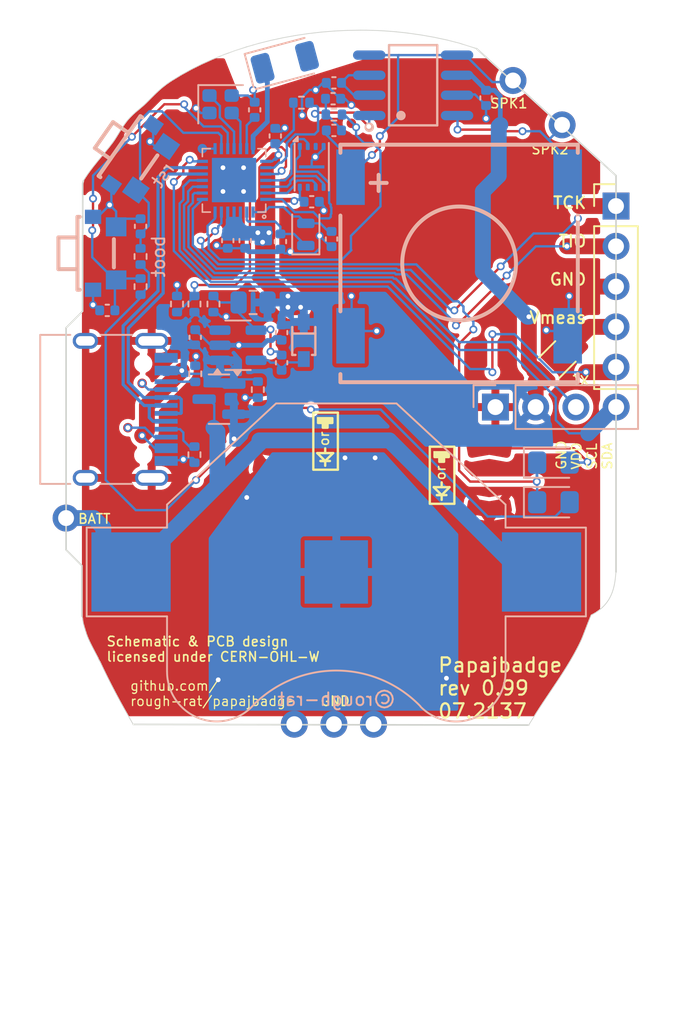
<source format=kicad_pcb>
(kicad_pcb (version 20241229) (generator "pcbnew") (generator_version "9.0")
  (layers (0 "F.Cu" signal) (2 "B.Cu" signal) (13 "F.Paste" user) (15 "B.Paste" user) (5 "F.SilkS" user "F.Silkscreen") (7 "B.SilkS" user "B.Silkscreen") (1 "F.Mask" user) (3 "B.Mask" user) (25 "Edge.Cuts" user))
  (net 0 "")
  (net 1 "Net-(D2-A)")
  (net 2 "Net-(D1-A)")
  (net 3 "Net-(AE1-FEED)")
  (net 4 "+BATT")
  (net 5 "GND")
  (net 6 "+5V")
  (net 8 "/SPK_VOP")
  (net 9 "/X32O")
  (net 10 "/X32I")
  (net 11 "Net-(C2-Pad2)")
  (net 12 "/USB_DN")
  (net 13 "/USB_DP")
  (net 14 "/RX")
  (net 15 "/TX")
  (net 16 "VDD")
  (net 17 "/TCK")
  (net 18 "/TIO")
  (net 19 "/SPK_BYPASS")
  (net 20 "Net-(U6-VINTA)")
  (net 21 "Net-(U2-ADJ)")
  (net 22 "Net-(U6-PA10{slash}X32KI{slash}TMR1)")
  (net 23 "Net-(U6-PA11{slash}X32KO{slash}TMR2)")
  (net 24 "Net-(D3-A)")
  (net 25 "Net-(J3-SBU2)")
  (net 26 "Net-(J3-CC2)")
  (net 27 "Net-(J3-CC1)")
  (net 28 "Net-(J3-SBU1)")
  (net 29 "Net-(J2-Pin_4)")
  (net 30 "Net-(U1-VO-)")
  (net 31 "/LEDEYES")
  (net 32 "/SPK_EN")
  (net 33 "/SPK_MSB")
  (net 34 "/SPI0_MISO")
  (net 35 "/SPI0_MOSI")
  (net 36 "/SPI0_SCLK")
  (net 37 "/SPI0_CS")
  (net 38 "/VSENS_USB")
  (net 39 "/SCL")
  (net 40 "/SDA")
  (net 41 "/nRST")
  (net 42 "/BOOT")
  (footprint "Resistor_SMD:R_1206_3216Metric" (layer "F.Cu") (at 120 102.5 45)
    (property "Reference" "R14" (hide yes))
    (property "Value" "50m/1206")
  )
  (footprint "Critbit_lib:eyeled" (layer "F.Cu") (at 102.2 107.3 90)
    (property "Reference" "D3" (hide yes))
    (property "Value" "LED" (hide yes))
  )
  (footprint "Connector_PinHeader_2.54mm:PinHeader_1x05_P2.54mm_Vertical" (layer "F.Cu") (at 123.7 92.82)
    (property "Reference" "J2" (hide yes))
    (property "Value" "DEBUG_CONN")
  )
  (footprint "Critbit_lib:eyeled" (layer "F.Cu") (at 115.7 109.85 90)
    (property "Reference" "D2" (hide yes))
    (property "Value" "LED" (hide yes))
  )
  (footprint "BadgeMagic:TestPoint_Pad_D0.6mm" (layer "F.Cu") (at 107 87.6)
    (property "Reference" "TP1" (hide yes))
    (property "Value" "RX")
  )
  (footprint "BadgeMagic:TestPoint_Pad_D0.6mm" (layer "F.Cu") (at 93.8 104 180)
    (property "Reference" "TP5" (hide yes))
    (property "Value" "RX")
  )
  (footprint "BadgeMagic:TestPoint_Pad_D0.6mm" (layer "F.Cu") (at 92.9 106.8 180)
    (property "Reference" "TP6" (hide yes))
    (property "Value" "RX")
  )
  (footprint "easyeda2kicad:SW-SMD_TS24CA" (layer "B.Cu") (at 93.73741 89.99171 -125)
    (property "Reference" "SW1" (hide yes))
    (property "Value" "TS24CA")
  )
  (footprint "Resistor_SMD:R_0402_1005Metric" (layer "B.Cu") (at 98.3 99 90)
    (property "Reference" "R7" (hide yes))
    (property "Value" "20k")
  )
  (footprint "BadgeMagic:TestPoint_Pad_D0.6mm" (layer "B.Cu") (at 97.6 89.2 180)
    (property "Reference" "TP4" (hide yes))
    (property "Value" "RX")
  )
  (footprint "Capacitor_SMD:C_0402_1005Metric" (layer "B.Cu") (at 104.5 92.55)
    (property "Reference" "C15" (hide yes))
    (property "Value" "2.2uF")
  )
  (footprint "easyeda2kicad:SOD-323_L1.8-W1.3-LS2.5-RD" (layer "B.Cu") (at 104 101.3 -90)
    (property "Reference" "D1" (hide yes))
    (property "Value" "1N4148WS T4")
  )
  (footprint "Connector_PinHeader_2.54mm:PinHeader_1x04_P2.54mm_Vertical" (layer "B.Cu") (at 116.09 105.5 -90)
    (property "Reference" "U3" (hide yes))
    (property "Value" "~")
  )
  (footprint "Crystal:Crystal_SMD_2016-4Pin_2.0x1.6mm" (layer "B.Cu") (at 98.75 86.4)
    (property "Reference" "Y1" (hide yes))
    (property "Value" "32 MHz")
  )
  (footprint "Capacitor_SMD:C_0402_1005Metric" (layer "B.Cu") (at 100.3 95 -90)
    (property "Reference" "C16" (hide yes))
    (property "Value" "100n")
  )
  (footprint "Capacitor_SMD:C_0402_1005Metric" (layer "B.Cu") (at 102.6 102.7 -90)
    (property "Reference" "C7" (hide yes))
    (property "Value" "12p")
  )
  (footprint "Resistor_SMD:R_0805_2012Metric" (layer "B.Cu") (at 100.8 98.9)
    (property "Reference" "R6" (hide yes))
    (property "Value" "62k")
  )
  (footprint "Resistor_SMD:R_0402_1005Metric" (layer "B.Cu") (at 97.1 108.5 -90)
    (property "Reference" "R11" (hide yes))
    (property "Value" "5.1k")
  )
  (footprint "Connector_USB:USB_C_Receptacle_HRO_TYPE-C-31-M-12" (layer "B.Cu") (at 91.27 105.645 90)
    (property "Reference" "J3" (hide yes))
    (property "Value" "USB_C_Receptacle_USB2.0")
  )
  (footprint "Capacitor_SMD:C_0402_1005Metric" (layer "B.Cu") (at 115.5 86 -90)
    (property "Reference" "C1" (hide yes))
    (property "Value" "1uF")
  )
  (footprint "Capacitor_SMD:C_0402_1005Metric" (layer "B.Cu") (at 105.9 85.05 180)
    (property "Reference" "C4" (hide yes))
    (property "Value" "1uF")
  )
  (footprint "Resistor_SMD:R_0402_1005Metric" (layer "B.Cu") (at 93.7 97.9 -90)
    (property "Reference" "R13" (hide yes))
    (property "Value" "10k")
  )
  (footprint "Capacitor_SMD:C_0402_1005Metric" (layer "B.Cu") (at 102.525 95.06 -90)
    (property "Reference" "C10" (hide yes))
    (property "Value" "12p")
  )
  (footprint "LED_SMD:LED_0805_2012Metric_Pad1.15x1.40mm_HandSolder" (layer "B.Cu") (at 119.75 111.5)
    (property "Reference" "R9" (hide yes))
    (property "Value" "470")
  )
  (footprint "Capacitor_SMD:C_0402_1005Metric" (layer "B.Cu") (at 102.2 88.4 90)
    (property "Reference" "C13" (hide yes))
    (property "Value" "2.2uF")
  )
  (footprint "Capacitor_SMD:C_0402_1005Metric" (layer "B.Cu") (at 105.85 86.05 180)
    (property "Reference" "C2" (hide yes))
    (property "Value" "12p")
  )
  (footprint "Resistor_SMD:R_0402_1005Metric" (layer "B.Cu") (at 97.15 103.4 90)
    (property "Reference" "R12" (hide yes))
    (property "Value" "5.1k")
  )
  (footprint "easyeda2kicad:QFN-28_L4.0-W4.0-P0.40-BL-EP2.8" (layer "B.Cu") (at 99.6 91.2 180)
    (property "Reference" "U6" (hide yes))
    (property "Value" "CH582F_C3001175")
  )
  (footprint "Capacitor_SMD:C_0402_1005Metric" (layer "B.Cu") (at 105.9 88.05 180)
    (property "Reference" "C3" (hide yes))
    (property "Value" "220nF")
  )
  (footprint "easyeda2kicad:SOIC-8_L4.9-W3.9-P1.27-LS6.0-BL" (layer "B.Cu") (at 110.9 85.2 90)
    (property "Reference" "U1" (hide yes))
    (property "Value" "LM4871")
  )
  (footprint "BadgeMagic:USON-8_2x3" (layer "B.Cu") (at 104.5 90.35 -90)
    (property "Reference" "U5" (hide yes))
    (property "Value" "NOR Flash")
  )
  (footprint "Resistor_SMD:R_0402_1005Metric" (layer "B.Cu") (at 93.7 96 -90)
    (property "Reference" "R10" (hide yes))
    (property "Value" "10k")
  )
  (footprint "Crystal:Crystal_SMD_2012-2Pin_2.0x1.2mm" (layer "B.Cu") (at 104.125 94.61 90)
    (property "Reference" "Y2" (hide yes))
    (property "Value" "XO-32K")
  )
  (footprint "easyeda2kicad:BUZ-SMD_5P-L15.0-W15.0-P13.7-BL" (layer "B.Cu") (at 113.8 96)
    (property "Reference" "SPK1" (hide yes))
    (property "Value" "FS-1540")
  )
  (footprint "Capacitor_SMD:C_0402_1005Metric" (layer "B.Cu") (at 100.9 86.75 -90)
    (property "Reference" "C5" (hide yes))
    (property "Value" "2.2uF")
  )
  (footprint "Package_TO_SOT_SMD:SOT-23-5" (layer "B.Cu") (at 99.85 101.6)
    (property "Reference" "U2" (hide yes))
    (property "Value" "AP2127K-ADJ")
  )
  (footprint "RF_Antenna:Johanson_2450AT18x100" (layer "B.Cu") (at 102.8 83.75 15)
    (property "Reference" "AE1" (hide yes))
    (property "Value" "Antenna_Chip")
  )
  (footprint "Resistor_SMD:R_0402_1005Metric" (layer "B.Cu") (at 105.9 87.05)
    (property "Reference" "R3" (hide yes))
    (property "Value" "20k")
  )
  (footprint "Capacitor_SMD:C_0402_1005Metric" (layer "B.Cu") (at 102.6 100.8 -90)
    (property "Reference" "C8" (hide yes))
    (property "Value" "2.2uF")
  )
  (footprint "Resistor_SMD:R_0402_1005Metric" (layer "B.Cu") (at 103.85 86.3 180)
    (property "Reference" "R5" (hide yes))
    (property "Value" "10k")
  )
  (footprint "Battery:BatteryHolder_Multicomp_BC-2001_1x2032" (layer "B.Cu") (at 106.05 115.9)
    (property "Reference" "BT1" (hide yes))
    (property "Value" "CR2032" (hide yes))
  )
  (footprint "easyeda2kicad:SW-SMD_TS24CA" (layer "B.Cu") (at 91.3875 95.8 -90)
    (property "Reference" "SW2" (hide yes))
    (property "Value" "TS24CA")
  )
  (footprint "Resistor_SMD:R_0402_1005Metric" (layer "B.Cu") (at 101.1 104.4 90)
    (property "Reference" "R4" (hide yes))
    (property "Value" "10k")
  )
  (footprint "Package_TO_SOT_SMD:SOT-23" (layer "B.Cu") (at 98.65 105 180)
    (property "Reference" "Q1" (hide yes))
    (property "Value" "AO3401A")
  )
  (footprint "LED_SMD:LED_0805_2012Metric_Pad1.15x1.40mm_HandSolder" (layer "B.Cu") (at 119.75 109)
    (property "Reference" "R8" (hide yes))
    (property "Value" "470")
  )
  (footprint "Resistor_SMD:R_0402_1005Metric" (layer "B.Cu") (at 96 99 90)
    (property "Reference" "R15" (hide yes))
    (property "Value" "20k")
  )
  (footprint "Capacitor_SMD:C_0402_1005Metric" (layer "B.Cu") (at 91.6 99.4 180)
    (property "Reference" "C12" (hide yes))
    (property "Value" "100n")
  )
  (footprint "Capacitor_SMD:C_0402_1005Metric" (layer "B.Cu") (at 97.15 101.1 90)
    (property "Reference" "C6" (hide yes))
    (property "Value" "1uF")
  )
  (footprint "Capacitor_SMD:C_0402_1005Metric" (layer "B.Cu") (at 93.7 94.1 90)
    (property "Reference" "C9" (hide yes))
    (property "Value" "100n")
  )
  (footprint "Resistor_SMD:R_0402_1005Metric" (layer "B.Cu") (at 97.1 99 90)
    (property "Reference" "R1" (hide yes))
    (property "Value" "20k")
  )
  (footprint "Capacitor_SMD:C_0402_1005Metric" (layer "B.Cu") (at 105.75 94.9 -90)
    (property "Reference" "C11" (hide yes))
    (property "Value" "12p")
  )
  (footprint "Capacitor_SMD:C_0402_1005Metric" (layer "B.Cu") (at 99.2 95 -90)
    (property "Reference" "C14" (hide yes))
    (property "Value" "2.2uF")
  )
  (gr_line (start 105.35 108.9) (end 105.35 109.2) (stroke (width 0.15)) (layer "F.SilkS"))
  (gr_line (start 112.7 111.05) (end 112.7 111.35) (stroke (width 0.15)) (layer "F.SilkS"))
  (gr_rect (start 112.25 108.35) (end 113.15 108.65) (stroke (width 0.15)) (fill yes) (layer "F.SilkS"))
  (gr_rect (start 104.9 106.2) (end 105.8 106.5) (stroke (width 0.15)) (fill yes) (layer "F.SilkS"))
  (gr_line (start 105.35 108.4) (end 105.35 108.1) (stroke (width 0.15)) (layer "F.SilkS"))
  (gr_line (start 106.15 109.45) (end 106.15 105.85) (stroke (width 0.15)) (layer "F.SilkS"))
  (gr_rect (start 112.55 108.65) (end 112.85 108.95) (stroke (width 0.15)) (fill yes) (layer "F.SilkS"))
  (gr_line (start 112.2 110.55) (end 112.7 111.05) (stroke (width 0.15)) (layer "F.SilkS"))
  (gr_line (start 112.4 111.05) (end 113 111.05) (stroke (width 0.15)) (layer "F.SilkS"))
  (gr_line (start 104.65 109.45) (end 106.15 109.45) (stroke (width 0.15)) (layer "F.SilkS"))
  (gr_line (start 104.85 108.4) (end 105.35 108.9) (stroke (width 0.15)) (layer "F.SilkS"))
  (gr_line (start 113.2 110.55) (end 112.2 110.55) (stroke (width 0.15)) (layer "F.SilkS"))
  (gr_line (start 105.35 108.9) (end 105.85 108.4) (stroke (width 0.15)) (layer "F.SilkS"))
  (gr_line (start 112 111.6) (end 113.5 111.6) (stroke (width 0.15)) (layer "F.SilkS"))
  (gr_line (start 112.7 111.05) (end 112.4 111.05) (stroke (width 0.15)) (layer "F.SilkS"))
  (gr_line (start 112.7 110.55) (end 112.7 110.25) (stroke (width 0.15)) (layer "F.SilkS"))
  (gr_line (start 105.35 108.9) (end 105.05 108.9) (stroke (width 0.15)) (layer "F.SilkS"))
  (gr_line (start 113.5 108) (end 111.95 108) (stroke (width 0.15)) (layer "F.SilkS"))
  (gr_line (start 104.6 105.85) (end 104.6 109.45) (stroke (width 0.15)) (layer "F.SilkS"))
  (gr_line (start 105.05 108.9) (end 105.65 108.9) (stroke (width 0.15)) (layer "F.SilkS"))
  (gr_line (start 112.7 111.05) (end 113.2 110.55) (stroke (width 0.15)) (layer "F.SilkS"))
  (gr_line (start 113.5 111.6) (end 113.5 108) (stroke (width 0.15)) (layer "F.SilkS"))
  (gr_line (start 111.95 108) (end 111.95 111.6) (stroke (width 0.15)) (layer "F.SilkS"))
  (gr_rect (start 105.2 106.5) (end 105.5 106.8) (stroke (width 0.15)) (fill yes) (layer "F.SilkS"))
  (gr_line (start 105.85 108.4) (end 104.85 108.4) (stroke (width 0.15)) (layer "F.SilkS"))
  (gr_line (start 106.15 105.85) (end 104.6 105.85) (stroke (width 0.15)) (layer "F.SilkS"))
  (gr_line (start 93.96467 86.405026) (end 94.064786 86.30857) (stroke (width 0.05)) (layer "Edge.Cuts"))
  (gr_line (start 92.315812 88.242312) (end 92.426127 88.062916) (stroke (width 0.05)) (layer "Edge.Cuts"))
  (gr_line (start 94.064786 86.30857) (end 94.160322 86.214338) (stroke (width 0.05)) (layer "Edge.Cuts"))
  (gr_line (start 90.038478 118.795119) (end 90 118.7) (stroke (width 0.05)) (layer "Edge.Cuts"))
  (gr_line (start 123.390667 117.357969) (end 123.311893 117.51854) (stroke (width 0.05)) (layer "Edge.Cuts"))
  (gr_line (start 122.270382 118.548593) (end 122.252776 118.55843) (stroke (width 0.05)) (layer "Edge.Cuts"))
  (gr_line (start 90.342436 119.953334) (end 90.314469 119.88014) (stroke (width 0.05)) (layer "Edge.Cuts"))
  (gr_line (start 91.353534 121.997401) (end 91.139666 121.547221) (stroke (width 0.05)) (layer "Edge.Cuts"))
  (gr_line (start 122.670664 118.27993) (end 122.579341 118.349628) (stroke (width 0.05)) (layer "Edge.Cuts"))
  (gr_line (start 93.846694 86.512099) (end 93.887321 86.476193) (stroke (width 0.05)) (layer "Edge.Cuts"))
  (gr_line (start 91.087193 121.472212) (end 91.077945 121.454386) (stroke (width 0.05)) (layer "Edge.Cuts"))
  (gr_line (start 122.165944 118.601721) (end 122.148992 118.609277) (stroke (width 0.05)) (layer "Edge.Cuts"))
  (gr_line (start 91.79616 122.89091) (end 91.57238 122.445328) (stroke (width 0.05)) (layer "Edge.Cuts"))
  (gr_line (start 89 114.5) (end 90 115.5) (stroke (width 0.1)) (layer "Edge.Cuts"))
  (gr_line (start 92.993043 87.279745) (end 93.04569 87.223447) (stroke (width 0.05)) (layer "Edge.Cuts"))
  (gr_line (start 90.314469 119.88014) (end 90.288274 119.807042) (stroke (width 0.05)) (layer "Edge.Cuts"))
  (gr_line (start 92.426127 88.062916) (end 92.48262 87.972612) (stroke (width 0.05)) (layer "Edge.Cuts"))
  (gr_line (start 92.48262 87.972612) (end 92.540362 87.882197) (stroke (width 0.05)) (layer "Edge.Cuts"))
  (gr_line (start 90.09072 119.14585) (end 90.077852 119.089478) (stroke (width 0.05)) (layer "Edge.Cuts"))
  (gr_line (start 123.7 90.9) (end 114.901448 82.889435) (stroke (width 0.1)) (layer "Edge.Cuts"))
  (gr_line (start 91.060401 121.417326) (end 91.028092 121.342544) (stroke (width 0.05)) (layer "Edge.Cuts"))
  (gr_line (start 122.035161 118.850444) (end 121.932383 119.109088) (stroke (width 0.05)) (layer "Edge.Cuts"))
  (gr_line (start 122.148992 118.609277) (end 122.132235 118.616493) (stroke (width 0.05)) (layer "Edge.Cuts"))
  (gr_line (start 123.04835 117.911105) (end 122.982704 117.987212) (stroke (width 0.05)) (layer "Edge.Cuts"))
  (gr_line (start 118.685324 124.763878) (end 118.437022 125.159178) (stroke (width 0.05)) (layer "Edge.Cuts"))
  (gr_line (start 95.247036 85.206474) (end 95.339998 85.136907) (stroke (width 0.05)) (layer "Edge.Cuts"))
  (gr_line (start 90.537125 120.388951) (end 90.468335 120.245087) (stroke (width 0.05)) (layer "Edge.Cuts"))
  (gr_line (start 90.048533 118.916178) (end 90.042439 118.856337) (stroke (width 0.05)) (layer "Edge.Cuts"))
  (gr_line (start 90.185943 91.077681) (end 90.27702 90.938472) (stroke (width 0.05)) (layer "Edge.Cuts"))
  (gr_line (start 123.218654 117.677529) (end 123.166135 117.756152) (stroke (width 0.05)) (layer "Edge.Cuts"))
  (gr_line (start 121.569797 120.045378) (end 121.543137 120.110171) (stroke (width 0.05)) (layer "Edge.Cuts"))
  (gr_line (start 90.468335 120.245087) (end 90.402948 120.099615) (stroke (width 0.05)) (layer "Edge.Cuts"))
  (gr_line (start 121.289795 120.6396) (end 121.066774 121.057852) (stroke (width 0.05)) (layer "Edge.Cuts"))
  (gr_line (start 121.668341 119.794498) (end 121.599285 119.971696) (stroke (width 0.05)) (layer "Edge.Cuts"))
  (gr_line (start 90.104843 119.201863) (end 90.09072 119.14585) (stroke (width 0.05)) (layer "Edge.Cuts"))
  (gr_line (start 92.095506 88.59465) (end 92.139044 88.527245) (stroke (width 0.05)) (layer "Edge.Cuts"))
  (gr_line (start 123.456495 117.196701) (end 123.390667 117.357969) (stroke (width 0.05)) (layer "Edge.Cuts"))
  (gr_line (start 103.491325 82.058826) (end 104.295348 81.940197) (stroke (width 0.05)) (layer "Edge.Cuts"))
  (gr_line (start 92.889547 87.397832) (end 92.940956 87.337843) (stroke (width 0.05)) (layer "Edge.Cuts"))
  (gr_line (start 95.437005 85.067317) (end 95.538344 84.997725) (stroke (width 0.05)) (layer "Edge.Cuts"))
  (gr_line (start 91.106825 121.505572) (end 91.096807 121.489333) (stroke (width 0.05)) (layer "Edge.Cuts"))
  (gr_line (start 110.201148 81.867578) (end 110.566257 81.910724) (stroke (width 0.05)) (layer "Edge.Cuts"))
  (gr_line (start 113.812501 82.545375) (end 114.901448 82.889435) (stroke (width 0.05)) (layer "Edge.Cuts"))
  (gr_line (start 96.886028 84.206261) (end 97.54426 83.87693) (stroke (width 0.05)) (layer "Edge.Cuts"))
  (gr_line (start 96.252165 84.556813) (end 96.886028 84.206261) (stroke (width 0.05)) (layer "Edge.Cuts"))
  (gr_line (start 93.04569 87.223447) (end 93.09878 87.168856) (stroke (width 0.05)) (layer "Edge.Cuts"))
  (gr_line (start 92.540362 87.882197) (end 92.599625 87.791893) (stroke (width 0.05)) (layer "Edge.Cuts"))
  (gr_line (start 108.712519 81.75215) (end 109.088267 81.7724) (stroke (width 0.05)) (layer "Edge.Cuts"))
  (gr_line (start 122.912302 118.062259) (end 122.836955 118.136135) (stroke (width 0.05)) (layer "Edge.Cuts"))
  (gr_line (start 122.482313 118.417712) (end 122.37939 118.48407) (stroke (width 0.05)) (layer "Edge.Cuts"))
  (gr_line (start 93.152196 87.115883) (end 93.20582 87.064435) (stroke (width 0.05)) (layer "Edge.Cuts"))
  (gr_line (start 92.660677 87.70192) (end 92.723789 87.612497) (stroke (width 0.05)) (layer "Edge.Cuts"))
  (gr_line (start 123.55539 116.875621) (end 123.510896 117.035623) (stroke (width 0.05)) (layer "Edge.Cuts"))
  (gr_line (start 90 115.5) (end 90 118.7) (stroke (width 0.1)) (layer "Edge.Cuts"))
  (gr_line (start 101.143768 82.563937) (end 101.913901 82.371134) (stroke (width 0.05)) (layer "Edge.Cuts"))
  (gr_line (start 94.341525 86.031931) (end 94.614169 85.759686) (stroke (width 0.05)) (layer "Edge.Cuts"))
  (gr_line (start 93.420052 86.872076) (end 93.628226 86.696831) (stroke (width 0.05)) (layer "Edge.Cuts"))
  (gr_line (start 90.662258 90.4049) (end 90.863494 90.149259) (stroke (width 0.05)) (layer "Edge.Cuts"))
  (gr_line (start 122.200338 118.585539) (end 122.183068 118.593812) (stroke (width 0.05)) (layer "Edge.Cuts"))
  (gr_line (start 92.739737 124.647906) (end 92.496662 124.212644) (stroke (width 0.05)) (layer "Edge.Cuts"))
  (gr_line (start 90.27702 90.938472) (end 90.370471 90.80179) (stroke (width 0.05)) (layer "Edge.Cuts"))
  (gr_line (start 92.226668 88.38751) (end 92.315812 88.242312) (stroke (width 0.05)) (layer "Edge.Cuts"))
  (gr_line (start 122.217729 118.576892) (end 122.200338 118.585539) (stroke (width 0.05)) (layer "Edge.Cuts"))
  (gr_line (start 105.107399 81.847167) (end 105.925845 81.780176) (stroke (width 0.05)) (layer "Edge.Cuts"))
  (gr_line (start 106.749052 81.73966) (end 107.575385 81.726057) (stroke (width 0.05)) (layer "Edge.Cuts"))
  (gr_line (start 94.614169 85.759686) (end 94.757966 85.622226) (stroke (width 0.05)) (layer "Edge.Cuts"))
  (gr_line (start 104.295348 81.940197) (end 105.107399 81.847167) (stroke (width 0.05)) (layer "Edge.Cuts"))
  (gr_line (start 91.139666 121.547221) (end 91.128217 121.534693) (stroke (width 0.05)) (layer "Edge.Cuts"))
  (gr_line (start 91.128217 121.534693) (end 91.117283 121.520751) (stroke (width 0.05)) (layer "Edge.Cuts"))
  (gr_line (start 123.166135 117.756152) (end 123.10943 117.834048) (stroke (width 0.05)) (layer "Edge.Cuts"))
  (gr_line (start 95.072083 85.345454) (end 95.157827 85.275997) (stroke (width 0.05)) (layer "Edge.Cuts"))
  (gr_line (start 93.313224 86.965751) (end 93.420052 86.872076) (stroke (width 0.05)) (layer "Edge.Cuts"))
  (gr_line (start 121.599285 119.971696) (end 121.569797 120.045378) (stroke (width 0.05)) (layer "Edge.Cuts"))
  (gr_line (start 92.139044 88.527245) (end 92.226668 88.38751) (stroke (width 0.05)) (layer "Edge.Cuts"))
  (gr_line (start 90.863494 90.149259) (end 91.067473 89.898905) (stroke (width 0.05)) (layer "Edge.Cuts"))
  (gr_line (start 91.57238 122.445328) (end 91.353534 121.997401) (stroke (width 0.05)) (layer "Edge.Cuts"))
  (gr_line (start 93.926681 86.440519) (end 93.96467 86.405026) (stroke (width 0.05)) (layer "Edge.Cuts"))
  (gr_line (start 93.628226 86.696831) (end 93.718262 86.621699) (stroke (width 0.05)) (layer "Edge.Cuts"))
  (gr_line (start 95.538344 84.997725) (end 95.644305 84.92815) (stroke (width 0.05)) (layer "Edge.Cuts"))
  (gr_line (start 94.252245 86.122176) (end 94.341525 86.031931) (stroke (width 0.05)) (layer "Edge.Cuts"))
  (gr_line (start 90.264034 119.734142) (end 90.241934 119.661538) (stroke (width 0.05)) (layer "Edge.Cuts"))
  (gr_line (start 92.78923 87.523845) (end 92.838932 87.459802) (stroke (width 0.05)) (layer "Edge.Cuts"))
  (gr_line (start 90.288274 119.807042) (end 90.264034 119.734142) (stroke (width 0.05)) (layer "Edge.Cuts"))
  (gr_line (start 122.836955 118.136135) (end 122.756472 118.208729) (stroke (width 0.05)) (layer "Edge.Cuts"))
  (gr_line (start 109.832901 81.830131) (end 110.201148 81.867578) (stroke (width 0.05)) (layer "Edge.Cuts"))
  (gr_line (start 120.327314 122.284503) (end 120.066127 122.684854) (stroke (width 0.05)) (layer "Edge.Cuts"))
  (gr_line (start 92.051992 88.660195) (end 92.095506 88.59465) (stroke (width 0.05)) (layer "Edge.Cuts"))
  (gr_line (start 92.496662 124.212644) (end 92.258345 123.774661) (stroke (width 0.05)) (layer "Edge.Cuts"))
  (gr_line (start 100.388201 82.780589) (end 101.143768 82.563937) (stroke (width 0.05)) (layer "Edge.Cuts"))
  (gr_line (start 91.067473 89.898905) (end 91.271943 89.652229) (stroke (width 0.05)) (layer "Edge.Cuts"))
  (gr_line (start 108.33491 81.737665) (end 108.712519 81.75215) (stroke (width 0.05)) (layer "Edge.Cuts"))
  (gr_line (start 92.258345 123.774661) (end 92.024829 123.334052) (stroke (width 0.05)) (layer "Edge.Cuts"))
  (gr_line (start 123.7 115.9) (end 123.644616 116.410931) (stroke (width 0.05)) (layer "Edge.Cuts"))
  (gr_line (start 99.648832 83.020652) (end 100.388201 82.780589) (stroke (width 0.05)) (layer "Edge.Cuts"))
  (gr_line (start 123.311893 117.51854) (end 123.267176 117.598288) (stroke (width 0.05)) (layer "Edge.Cuts"))
  (gr_line (start 93.20582 87.064435) (end 93.313224 86.965751) (stroke (width 0.05)) (layer "Edge.Cuts"))
  (gr_line (start 91.028092 121.342544) (end 91.012738 121.307656) (stroke (width 0.05)) (layer "Edge.Cuts"))
  (gr_line (start 91.077945 121.454386) (end 91.060401 121.417326) (stroke (width 0.05)) (layer "Edge.Cuts"))
  (gr_line (start 94.160322 86.214338) (end 94.252245 86.122176) (stroke (width 0.05)) (layer "Edge.Cuts"))
  (gr_line (start 90.466016 90.667435) (end 90.662258 90.4049) (stroke (width 0.05)) (layer "Edge.Cuts"))
  (gr_line (start 123.7 90.9) (end 123.7 115.9) (stroke (width 0.1)) (layer "Edge.Cuts"))
  (gr_line (start 89 114.5) (end 89 100.5) (stroke (width 0.1)) (layer "Edge.Cuts"))
  (gr_line (start 90.077852 119.089478) (end 90.066415 119.032545) (stroke (width 0.05)) (layer "Edge.Cuts"))
  (gr_line (start 95.644305 84.92815) (end 96.252165 84.556813) (stroke (width 0.05)) (layer "Edge.Cuts"))
  (gr_line (start 122.37939 118.48407) (end 122.270382 118.548593) (stroke (width 0.05)) (layer "Edge.Cuts"))
  (gr_line (start 90.066415 119.032545) (end 90.056583 118.974846) (stroke (width 0.05)) (layer "Edge.Cuts"))
  (gr_line (start 90.046118 99.453882) (end 90.05 91.4) (stroke (width 0.1)) (layer "Edge.Cuts"))
  (gr_line (start 102.696964 82.202618) (end 103.491325 82.058826) (stroke (width 0.05)) (layer "Edge.Cuts"))
  (gr_line (start 91.80239 88.999965) (end 91.884531 88.892648) (stroke (width 0.05)) (layer "Edge.Cuts"))
  (gr_line (start 91.117283 121.520751) (end 91.106825 121.505572) (stroke (width 0.05)) (layer "Edge.Cuts"))
  (gr_line (start 97.54426 83.87693) (end 98.225227 83.56926) (stroke (width 0.05)) (layer "Edge.Cuts"))
  (gr_line (start 110.566257 81.910724) (end 111.425828 82.03327) (stroke (width 0.05)) (layer "Edge.Cuts"))
  (gr_line (start 90.097523 91.219619) (end 90.185943 91.077681) (stroke (width 0.05)) (layer "Edge.Cuts"))
  (gr_line (start 90.241934 119.661538) (end 90.170371 119.426414) (stroke (width 0.05)) (layer "Edge.Cuts"))
  (gr_line (start 123.10943 117.834048) (end 123.04835 117.911105) (stroke (width 0.05)) (layer "Edge.Cuts"))
  (gr_line (start 90.056583 118.974846) (end 90.048533 118.916178) (stroke (width 0.05)) (layer "Edge.Cuts"))
  (gr_line (start 101.913901 82.371134) (end 102.696964 82.202618) (stroke (width 0.05)) (layer "Edge.Cuts"))
  (gr_line (start 122.132235 118.616493) (end 122.035161 118.850444) (stroke (width 0.05)) (layer "Edge.Cuts"))
  (gr_line (start 98.927296 83.283688) (end 99.648832 83.020652) (stroke (width 0.05)) (layer "Edge.Cuts"))
  (gr_line (start 90.402948 120.099615) (end 90.342436 119.953334) (stroke (width 0.05)) (layer "Edge.Cuts"))
  (gr_line (start 121.395427 120.428576) (end 121.289795 120.6396) (stroke (width 0.05)) (layer "Edge.Cuts"))
  (gr_line (start 121.518905 120.166863) (end 121.496701 120.216245) (stroke (width 0.05)) (layer "Edge.Cuts"))
  (gr_line (start 90.607846 120.530408) (end 90.537125 120.388951) (stroke (width 0.05)) (layer "Edge.Cuts"))
  (gr_line (start 91.884531 88.892648) (end 91.964566 88.78504) (stroke (width 0.05)) (layer "Edge.Cuts"))
  (gr_line (start 118.190702 125.55571) (end 93.243504 125.515049) (stroke (width 0.1)) (layer "Edge.Cuts"))
  (gr_line (start 93.887321 86.476193) (end 93.926681 86.440519) (stroke (width 0.05)) (layer "Edge.Cuts"))
  (gr_line (start 123.510896 117.035623) (end 123.456495 117.196701) (stroke (width 0.05)) (layer "Edge.Cuts"))
  (gr_line (start 121.066774 121.057852) (end 120.830267 121.471253) (stroke (width 0.05)) (layer "Edge.Cuts"))
  (gr_line (start 91.964566 88.78504) (end 92.008385 88.723713) (stroke (width 0.05)) (layer "Edge.Cuts"))
  (gr_line (start 91.012738 121.307656) (end 91.005131 121.291459) (stroke (width 0.05)) (layer "Edge.Cuts"))
  (gr_line (start 122.579341 118.349628) (end 122.482313 118.417712) (stroke (width 0.05)) (layer "Edge.Cuts"))
  (gr_line (start 90.170371 119.426414) (end 90.13615 119.313632) (stroke (width 0.05)) (layer "Edge.Cuts"))
  (gr_line (start 92.599625 87.791893) (end 92.660677 87.70192) (stroke (width 0.05)) (layer "Edge.Cuts"))
  (gr_line (start 94.909832 85.484093) (end 95.072083 85.345454) (stroke (width 0.05)) (layer "Edge.Cuts"))
  (gr_line (start 91.632263 89.214758) (end 91.718261 89.107248) (stroke (width 0.05)) (layer "Edge.Cuts"))
  (gr_line (start 92.008385 88.723713) (end 92.051992 88.660195) (stroke (width 0.05)) (layer "Edge.Cuts"))
  (gr_line (start 94.757966 85.622226) (end 94.909832 85.484093) (stroke (width 0.05)) (layer "Edge.Cuts"))
  (gr_line (start 93.718262 86.621699) (end 93.804906 86.548285) (stroke (width 0.05)) (layer "Edge.Cuts"))
  (gr_line (start 92.838932 87.459802) (end 92.889547 87.397832) (stroke (width 0.05)) (layer "Edge.Cuts"))
  (gr_line (start 121.753499 119.572257) (end 121.668341 119.794498) (stroke (width 0.05)) (layer "Edge.Cuts"))
  (gr_line (start 91.455131 89.431489) (end 91.632263 89.214758) (stroke (width 0.05)) (layer "Edge.Cuts"))
  (gr_line (start 95.339998 85.136907) (end 95.437005 85.067317) (stroke (width 0.05)) (layer "Edge.Cuts"))
  (gr_line (start 122.252776 118.55843) (end 122.235217 118.567859) (stroke (width 0.05)) (layer "Edge.Cuts"))
  (gr_line (start 123.620731 116.562389) (end 123.591495 116.717581) (stroke (width 0.05)) (layer "Edge.Cuts"))
  (gr_line (start 118.437022 125.159178) (end 118.190702 125.55571) (stroke (width 0.05)) (layer "Edge.Cuts"))
  (gr_line (start 123.591495 116.717581) (end 123.55539 116.875621) (stroke (width 0.05)) (layer "Edge.Cuts"))
  (gr_line (start 95.157827 85.275997) (end 95.247036 85.206474) (stroke (width 0.05)) (layer "Edge.Cuts"))
  (gr_line (start 121.496701 120.216245) (end 121.395427 120.428576) (stroke (width 0.05)) (layer "Edge.Cuts"))
  (gr_line (start 93.804906 86.548285) (end 93.846694 86.512099) (stroke (width 0.05)) (layer "Edge.Cuts"))
  (gr_line (start 98.225227 83.56926) (end 98.927296 83.283688) (stroke (width 0.05)) (layer "Edge.Cuts"))
  (gr_line (start 120.582904 121.880053) (end 120.327314 122.284503) (stroke (width 0.05)) (layer "Edge.Cuts"))
  (gr_line (start 122.183068 118.593812) (end 122.165944 118.601721) (stroke (width 0.05)) (layer "Edge.Cuts"))
  (gr_line (start 91.005131 121.291459) (end 90.997523 121.276329) (stroke (width 0.05)) (layer "Edge.Cuts"))
  (gr_line (start 118.888518 124.447465) (end 118.685324 124.763878) (stroke (width 0.05)) (layer "Edge.Cuts"))
  (gr_line (start 107.955759 81.728962) (end 108.33491 81.737665) (stroke (width 0.05)) (layer "Edge.Cuts"))
  (gr_line (start 93.09878 87.168856) (end 93.152196 87.115883) (stroke (width 0.05)) (layer "Edge.Cuts"))
  (gr_line (start 113.047805 82.350035) (end 113.812501 82.545375) (stroke (width 0.05)) (layer "Edge.Cuts"))
  (gr_line (start 90.042439 118.856337) (end 90.038478 118.795119) (stroke (width 0.05)) (layer "Edge.Cuts"))
  (gr_line (start 123.267176 117.598288) (end 123.218654 117.677529) (stroke (width 0.05)) (layer "Edge.Cuts"))
  (gr_line (start 123.644616 116.410931) (end 123.620731 116.562389) (stroke (width 0.05)) (layer "Edge.Cuts"))
  (gr_line (start 91.271943 89.652229) (end 91.455131 89.431489) (stroke (width 0.05)) (layer "Edge.Cuts"))
  (gr_line (start 122.756472 118.208729) (end 122.670664 118.27993) (stroke (width 0.05)) (layer "Edge.Cuts"))
  (gr_line (start 90.05 91.4) (end 90.097523 91.219619) (stroke (width 0.1)) (layer "Edge.Cuts"))
  (gr_line (start 120.066127 122.684854) (end 119.537478 123.474258) (stroke (width 0.05)) (layer "Edge.Cuts"))
  (gr_line (start 90.370471 90.80179) (end 90.466016 90.667435) (stroke (width 0.05)) (layer "Edge.Cuts"))
  (gr_line (start 91.096807 121.489333) (end 91.087193 121.472212) (stroke (width 0.05)) (layer "Edge.Cuts"))
  (gr_line (start 90.13615 119.313632) (end 90.104843 119.201863) (stroke (width 0.05)) (layer "Edge.Cuts"))
  (gr_line (start 111.425828 82.03327) (end 112.252629 82.17952) (stroke (width 0.05)) (layer "Edge.Cuts"))
  (gr_line (start 109.461834 81.798399) (end 109.832901 81.830131) (stroke (width 0.05)) (layer "Edge.Cuts"))
  (gr_line (start 121.932383 119.109088) (end 121.753499 119.572257) (stroke (width 0.05)) (layer "Edge.Cuts"))
  (gr_line (start 122.235217 118.567859) (end 122.217729 118.576892) (stroke (width 0.05)) (layer "Edge.Cuts"))
  (gr_line (start 91.718261 89.107248) (end 91.80239 88.999965) (stroke (width 0.05)) (layer "Edge.Cuts"))
  (gr_line (start 122.982704 117.987212) (end 122.912302 118.062259) (stroke (width 0.05)) (layer "Edge.Cuts"))
  (gr_line (start 90.749185 120.80291) (end 90.607846 120.530408) (stroke (width 0.05)) (layer "Edge.Cuts"))
  (gr_line (start 119.537478 123.474258) (end 119.098362 124.128584) (stroke (width 0.05)) (layer "Edge.Cuts"))
  (gr_line (start 107.575385 81.726057) (end 107.955759 81.728962) (stroke (width 0.05)) (layer "Edge.Cuts"))
  (gr_line (start 119.098362 124.128584) (end 118.888518 124.447465) (stroke (width 0.05)) (layer "Edge.Cuts"))
  (gr_line (start 112.252629 82.17952) (end 113.047805 82.350035) (stroke (width 0.05)) (layer "Edge.Cuts"))
  (gr_line (start 109.088267 81.7724) (end 109.461834 81.798399) (stroke (width 0.05)) (layer "Edge.Cuts"))
  (gr_line (start 121.543137 120.110171) (end 121.518905 120.166863) (stroke (width 0.05)) (layer "Edge.Cuts"))
  (gr_line (start 92.024829 123.334052) (end 91.79616 122.89091) (stroke (width 0.05)) (layer "Edge.Cuts"))
  (gr_line (start 92.940956 87.337843) (end 92.993043 87.279745) (stroke (width 0.05)) (layer "Edge.Cuts"))
  (gr_line (start 92.723789 87.612497) (end 92.78923 87.523845) (stroke (width 0.05)) (layer "Edge.Cuts"))
  (gr_line (start 89 100.5) (end 90.046118 99.453882) (stroke (width 0.1)) (layer "Edge.Cuts"))
  (gr_line (start 90.997523 121.276329) (end 90.749185 120.80291) (stroke (width 0.05)) (layer "Edge.Cuts"))
  (gr_line (start 93.236755 125.515038) (end 92.739737 124.647906) (stroke (width 0.05)) (layer "Edge.Cuts"))
  (gr_line (start 120.830267 121.471253) (end 120.582904 121.880053) (stroke (width 0.05)) (layer "Edge.Cuts"))
  (gr_line (start 105.925845 81.780176) (end 106.749052 81.73966) (stroke (width 0.05)) (layer "Edge.Cuts"))
  (gr_text "Papajbadge \nrev 0.99\n07.2137" (at 112.4 125.2 0) (layer "F.SilkS") (effects (font (size 0.9 0.9) (thickness 0.14)) (justify left bottom)))
  (gr_text "SPK1" (at 115.7 86.7 0) (layer "F.SilkS") (effects (font (size 0.6 0.6) (thickness 0.1) (bold yes)) (justify left bottom)))
  (gr_text "GND" (at 105 124.4 0) (layer "F.SilkS") (effects (font (size 0.6 0.6) (thickness 0.1) (bold yes)) (justify left bottom)))
  (gr_text "github.com/\nrough-rat/papajbadge" (at 93 124.4 0) (layer "F.SilkS") (effects (font (size 0.6 0.6) (thickness 0.08)) (justify left bottom)))
  (gr_text "TCK\n\nTIO\n\nGND\n\nVmeas" (at 121.9 100.3 0) (layer "F.SilkS") (effects (font (size 0.75 0.75) (thickness 0.13) (bold yes)) (justify right bottom)))
  (gr_text "or" (at 105.634092 108.020073 90) (layer "F.SilkS") (effects (font (size 0.6 0.6) (thickness 0.1) (bold yes)) (justify left bottom)))
  (gr_text "SPK2" (at 118.3 89.6 0) (layer "F.SilkS") (effects (font (size 0.6 0.6) (thickness 0.1) (bold yes)) (justify left bottom)))
  (gr_text "TX" (at 120.9 104.2 0) (layer "F.SilkS") (effects (font (size 0.6 0.6) (thickness 0.1) (bold yes)) (justify left bottom)))
  (gr_text "or" (at 112.984092 110.170073 90) (layer "F.SilkS") (effects (font (size 0.6 0.6) (thickness 0.1) (bold yes)) (justify left bottom)))
  (gr_text "BATT" (at 89.7 112.9 0) (layer "F.SilkS") (effects (font (size 0.6 0.6) (thickness 0.1) (bold yes)) (justify left bottom)))
  (gr_text "Schematic & PCB design\nlicensed under CERN-OHL-W" (at 91.5 121.6 0) (layer "F.SilkS") (effects (font (size 0.6 0.6) (thickness 0.1) (bold yes)) (justify left bottom)))
  (gr_text "GND\nVDD\nSCL\nSDA" (at 123.5 109.5 90) (layer "F.SilkS") (effects (font (size 0.6 0.6) (thickness 0.1) (bold yes)) (justify left bottom)))
  (gr_text "rst" (at 96 90.4 55) (layer "B.SilkS") (effects (font (size 0.8 0.8) (thickness 0.12)) (justify left bottom mirror)))
  (gr_text "boot" (at 95.3 94.6 90) (layer "B.SilkS") (effects (font (size 0.8 0.8) (thickness 0.12)) (justify left bottom mirror)))
  (gr_text "©rough-rat" (at 109.85 124.4 0) (layer "B.SilkS") (effects (font (size 0.8 0.8) (thickness 0.12)) (justify left bottom mirror)))
  (segment (start 116.25 108.1) (end 121.05 108.1) (width 0.15) (layer "F.Cu") (net 1))
  (segment (start 121.05 108.1) (end 121.9 108.95) (width 0.15) (layer "F.Cu") (net 1))
  (via (at 121.9 108.95) (size 0.5) (drill 0.3) (layers "F.Cu" "B.Cu") (net 1))
  (segment (start 121.85 109) (end 121.9 108.95) (width 0.15) (layer "B.Cu") (net 1))
  (segment (start 120.775 109) (end 121.85 109) (width 0.15) (layer "B.Cu") (net 1))
  (segment (start 103 102.68) (end 103.79 102.68) (width 0.15) (layer "B.Cu") (net 2))
  (segment (start 101.75 102.55) (end 101.9 102.7) (width 0.15) (layer "B.Cu") (net 2))
  (segment (start 100.9875 102.55) (end 101.75 102.55) (width 0.15) (layer "B.Cu") (net 2))
  (segment (start 102.22 102.7) (end 102.6 103.08) (width 0.15) (layer "B.Cu") (net 2))
  (segment (start 101.9 102.7) (end 102.22 102.7) (width 0.15) (layer "B.Cu") (net 2))
  (segment (start 102.6 103.08) (end 103 102.68) (width 0.15) (layer "B.Cu") (net 2))
  (segment (start 102.6 103.08) (end 102.6 103.18) (width 0.15) (layer "B.Cu") (net 2))
  (segment (start 103.79 102.68) (end 104 102.47) (width 0.15) (layer "B.Cu") (net 2))
  (segment (start 101.7 85) (end 101.399408 84.699408) (width 0.3) (layer "B.Cu") (net 3))
  (segment (start 100.8 88.4) (end 101.7 87.5) (width 0.3) (layer "B.Cu") (net 3))
  (segment (start 101.7 87.5) (end 101.7 85) (width 0.3) (layer "B.Cu") (net 3))
  (segment (start 100.8 89.2) (end 100.8 88.4) (width 0.3) (layer "B.Cu") (net 3))
  (segment (start 101.399408 84.699408) (end 101.399408 84.125288) (width 0.3) (layer "B.Cu") (net 3))
  (via (at 89 112.5) (size 1.7) (drill 1) (layers "F.Cu" "B.Cu") (net 4))
  (segment (start 91.35 113.1) (end 90.75 112.5) (width 1) (layer "B.Cu") (net 4))
  (segment (start 117.7 115.9) (end 119 115.9) (width 1) (layer "B.Cu") (net 4))
  (segment (start 98.0125 105) (end 98.35 105.3375) (width 0.15) (layer "B.Cu") (net 4))
  (segment (start 98.55 110.45) (end 98.55 107.05) (width 1) (layer "B.Cu") (net 4))
  (segment (start 98.35 106.55) (end 98.4 106.6) (width 0.15) (layer "B.Cu") (net 4))
  (segment (start 97.7125 105) (end 98.0125 105) (width 0.15) (layer "B.Cu") (net 4))
  (segment (start 98.55 110.45) (end 101.2 107.8) (width 1) (layer "B.Cu") (net 4))
  (segment (start 91.35 115.9) (end 91.35 113.1) (width 1) (layer "B.Cu") (net 4))
  (segment (start 101.2 107.6) (end 109.4 107.6) (width 1) (layer "B.Cu") (net 4))
  (segment (start 109.4 107.6) (end 117.7 115.9) (width 1) (layer "B.Cu") (net 4))
  (segment (start 90.75 112.5) (end 89.25 112.5) (width 1) (layer "B.Cu") (net 4))
  (segment (start 98.35 105.3375) (end 98.35 106.25) (width 0.15) (layer "B.Cu") (net 4))
  (segment (start 98.55 107.05) (end 98.3 106.8) (width 1) (layer "B.Cu") (net 4))
  (segment (start 93.1 115.9) (end 98.55 110.45) (width 1) (layer "B.Cu") (net 4))
  (segment (start 101.2 107.8) (end 101.2 107.6) (width 1) (layer "B.Cu") (net 4))
  (segment (start 98.35 106.25) (end 98.35 106.55) (width 0.15) (layer "B.Cu") (net 4))
  (segment (start 105.9 123.9) (end 105.9 124.9) (width 1) (layer "F.Cu") (net 5))
  (segment (start 121.7 97.9) (end 123.7 97.9) (width 1) (layer "F.Cu") (net 5))
  (segment (start 108.4 123.9) (end 108.4 124.9) (width 1) (layer "F.Cu") (net 5))
  (segment (start 103.4 123.9) (end 103.4 124.9) (width 1) (layer "F.Cu") (net 5))
  (via (at 98.9 91.9) (size 0.5) (drill 0.3) (layers "F.Cu" "B.Cu") (net 5))
  (via (at 97.2 86.65) (size 0.5) (drill 0.3) (layers "F.Cu" "B.Cu") (net 5))
  (via (at 100.2 90.4) (size 0.5) (drill 0.3) (layers "F.Cu" "B.Cu") (net 5))
  (via (at 102.8 87.9) (size 0.5) (drill 0.3) (layers "F.Cu" "B.Cu") (net 5))
  (via (at 97.2 102.3) (size 0.5) (drill 0.3) (layers "F.Cu" "B.Cu") (net 5))
  (via (at 105.9 125.5) (size 1.7) (drill 1) (layers "F.Cu" "B.Cu") (net 5))
  (via (at 96.4 108.8) (size 0.5) (drill 0.3) (layers "F.Cu" "B.Cu") (net 5))
  (via (at 100.4 111.2) (size 0.5) (drill 0.3) (layers "F.Cu" "B.Cu") (net 5))
  (via (at 106.6 108.7) (size 0.5) (drill 0.3) (layers "F.Cu" "B.Cu") (net 5))
  (via (at 119.3 100.65) (size 0.5) (drill 0.3) (layers "F.Cu" "B.Cu") (net 5))
  (via (at 108.5 108.7) (size 0.5) (drill 0.3) (layers "F.Cu" "B.Cu") (net 5))
  (via (at 108.4 125.5) (size 1.7) (drill 1) (layers "F.Cu" "B.Cu") (net 5))
  (via (at 99.9 101.6) (size 0.5) (drill 0.3) (layers "F.Cu" "B.Cu") (net 5))
  (via (at 98.5 95.3) (size 0.5) (drill 0.3) (layers "F.Cu" "B.Cu") (net 5))
  (via (at 103.9 87.1) (size 0.5) (drill 0.3) (layers "F.Cu" "B.Cu") (net 5))
  (via (at 103.15 95.7) (size 0.5) (drill 0.3) (layers "F.Cu" "B.Cu") (net 5))
  (via (at 91.75 92.75) (size 0.5) (drill 0.3) (layers "F.Cu" "B.Cu") (net 5))
  (via (at 107 86.45) (size 0.5) (drill 0.3) (layers "F.Cu" "B.Cu") (net 5))
  (via (at 99.1 99.8) (size 0.5) (drill 0.3) (layers "F.Cu" "B.Cu") (net 5))
  (via (at 100.2 91.9) (size 0.5) (drill 0.3) (layers "F.Cu" "B.Cu") (net 5))
  (via (at 120.75 98.5) (size 0.5) (drill 0.3) (layers "F.Cu" "B.Cu") (net 5))
  (via (at 94.3 88.75) (size 0.5) (drill 0.3) (layers "F.Cu" "B.Cu") (net 5))
  (via (at 103.4 125.5) (size 1.7) (drill 1) (layers "F.Cu" "B.Cu") (net 5))
  (via (at 107 98.5) (size 0.5) (drill 0.3) (layers "F.Cu" "B.Cu") (net 5))
  (via (at 115.5 87.3) (size 0.5) (drill 0.3) (layers "F.Cu" "B.Cu") (net 5))
  (via (at 104.725 89.725) (size 0.5) (drill 0.3) (layers "F.Cu" "B.Cu") (net 5))
  (via (at 96 97.8) (size 0.5) (drill 0.3) (layers "F.Cu" "B.Cu") (net 5))
  (via (at 113 122.6) (size 0.5) (drill 0.3) (layers "F.Cu" "B.Cu") (net 5))
  (via (at 105.260439 93.106332) (size 0.5) (drill 0.3) (layers "F.Cu" "B.Cu") (net 5))
  (via (at 108.6 100.7) (size 0.5) (drill 0.3) (layers "F.Cu" "B.Cu") (net 5))
  (via (at 100.3 104.9) (size 0.5) (drill 0.3) (layers "F.Cu" "B.Cu") (net 5))
  (via (at 98.9 90.4) (size 0.5) (drill 0.3) (layers "F.Cu" "B.Cu") (net 5))
  (via (at 98.6 122.7) (size 0.5) (drill 0.3) (layers "F.Cu" "B.Cu") (net 5))
  (via (at 104.75 85.5) (size 0.5) (drill 0.3) (layers "F.Cu" "B.Cu") (net 5))
  (via (at 100.8 85.5) (size 0.5) (drill 0.3) (layers "F.Cu" "B.Cu") (net 5))
  (via (at 90.7 99.05) (size 0.5) (drill 0.3) (layers "F.Cu" "B.Cu") (net 5))
  (via (at 105 94.7) (size 0.5) (drill 0.3) (layers "F.Cu" "B.Cu") (net 5))
  (segment (start 102.522206 101.102206) (end 102.6 101.18) (width 0.3) (layer "B.Cu") (net 5))
  (segment (start 120.718665 100.931334) (end 120.718665 98.531335) (width 0.15) (layer "B.Cu") (net 5))
  (segment (start 101.1 104.91) (end 100.31 104.91) (width 0.15) (layer "B.Cu") (net 5))
  (segment (start 103.9 87.1) (end 103.887 87.087) (width 0.15) (layer "B.Cu") (net 5))
  (segment (start 102.197794 101.102206) (end 102.522206 101.102206) (width 0.3) (layer "B.Cu") (net 5))
  (segment (start 96.49 108.71) (end 96.4 108.8) (width 0.15) (layer "B.Cu") (net 5))
  (segment (start 99.2 95.48) (end 98.68 95.48) (width 0.15) (layer "B.Cu") (net 5))
  (segment (start 103.887 85.971254) (end 104.358254 85.5) (width 0.15) (layer "B.Cu") (net 5))
  (segment (start 105 94.7) (end 105.68 95.38) (width 0.15) (layer "B.Cu") (net 5))
  (segment (start 90.7025 99.0475) (end 90.7 99.05) (width 0.15) (layer "B.Cu") (net 5))
  (segment (start 100.9 86.27) (end 100.9 85.6) (width 0.15) (layer "B.Cu") (net 5))
  (segment (start 100.396 95.576) (end 100.519075 95.699075) (width 0.3) (layer "B.Cu") (net 5))
  (segment (start 105.2 85.05) (end 104.75 85.5) (width 0.15) (layer "B.Cu") (net 5))
  (segment (start 102.365925 95.699075) (end 102.489 95.576) (width 0.3) (layer "B.Cu") (net 5))
  (segment (start 98.78 99.8) (end 98.49 99.51) (width 0.15) (layer "B.Cu") (net 5))
  (segment (start 95.315 101.94) (end 94.7 101.325) (width 0.15) (layer "B.Cu") (net 5))
  (segment (start 100.48 85.85) (end 100.9 86.27) (width 0.15) (layer "B.Cu") (net 5))
  (segment (start 97 108.71) (end 96.49 108.71) (width 0.15) (layer "B.Cu") (net 5))
  (segment (start 108.596765 100.703235) (end 108.6 100.7) (width 0.15) (layer "B.Cu") (net 5))
  (segment (start 105 95.488374) (end 105 94.7) (width 0.15) (layer "B.Cu") (net 5))
  (segment (start 113.72 85.78) (end 113.67 85.83) (width 0.15) (layer "B.Cu") (net 5))
  (segment (start 99.45 85.85) (end 100.48 85.85) (width 0.15) (layer "B.Cu") (net 5))
  (segment (start 115.5 86.48) (end 115.5 87.3) (width 0.15) (layer "B.Cu") (net 5))
  (segment (start 105.260439 93.106332) (end 105.260439 92.830439) (width 0.15) (layer "B.Cu") (net 5))
  (segment (start 105.260439 92.830439) (end 104.98 92.55) (width 0.15) (layer "B.Cu") (net 5))
  (segment (start 91.857065 92.642935) (end 91.75 92.75) (width 0.15) (layer "B.Cu") (net 5))
  (segment (start 94.495517 87.714761) (end 94.495517 88.554483) (width 0.15) (layer "B.Cu") (net 5))
  (segment (start 95.315 102.395) (end 95.315 101.94) (width 0.15) (layer "B.Cu") (net 5))
  (segment (start 103.15 95.7) (end 103.263 95.813) (width 0.15) (layer "B.Cu") (net 5))
  (segment (start 91.857065 91.482858) (end 91.857065 92.642935) (width 0.15) (layer "B.Cu") (net 5))
  (segment (start 100.9 85.6) (end 100.8 85.5) (width 0.15) (layer "B.Cu") (net 5))
  (segment (start 120.718665 98.531335) (end 120.75 98.5) (width 0.15) (layer "B.Cu") (net 5))
  (segment (start 104.675374 95.813) (end 105 95.488374) (width 0.15) (layer "B.Cu") (net 5))
  (segment (start 120.65 100.999999) (end 120.353236 100.703235) (width 0.15) (layer "B.Cu") (net 5))
  (segment (start 96 98.49) (end 96 97.8) (width 0.15) (layer "B.Cu") (net 5))
  (segment (start 98.7125 101.6) (end 98.13 101.6) (width 0.15) (layer "B.Cu") (net 5))
  (segment (start 100.31 104.91) (end 100.3 104.9) (width 0.15) (layer "B.Cu") (net 5))
  (segment (start 94.7 101.325) (end 94.4 101.325) (width 0.15) (layer "B.Cu") (net 5))
  (segment (start 107.018665 98.518665) (end 107 98.5) (width 0.15) (layer "B.Cu") (net 5))
  (segment (start 93.7 93.62) (end 92.6675 93.62) (width 0.15) (layer "B.Cu") (net 5))
  (segment (start 98.7125 101.6) (end 101.4 101.6) (width 0.3) (layer "B.Cu") (net 5))
  (segment (start 92.6675 93.62) (end 92.1575 94.13) (width 0.15) (layer "B.Cu") (net 5))
  (segment (start 103.05 95.8) (end 102.785 95.8) (width 0.15) (layer "B.Cu") (net 5))
  (segment (start 120.353236 100.703235) (end 119.353235 100.703235) (width 0.15) (layer "B.Cu") (net 5))
  (segment (start 97.15 102.35) (end 97.2 102.3) (width 0.15) (layer "B.Cu") (net 5))
  (segment (start 119.353235 100.703235) (end 119.3 100.65) (width 0.15) (layer "B.Cu") (net 5))
  (segment (start 102.2 87.92) (end 102.4 88.12) (width 0.15) (layer "B.Cu") (net 5))
  (segment (start 102.58 88.12) (end 102.8 87.9) (width 0.15) (layer "B.Cu") (net 5))
  (segment (start 106.3 86.05) (end 105.42 85.17) (width 0.15) (layer "B.Cu") (net 5))
  (segment (start 98.05 86.95) (end 97.5 86.95) (width 0.15) (layer "B.Cu") (net 5))
  (segment (start 103.887 87.087) (end 103.887 85.971254) (width 0.15) (layer "B.Cu") (net 5))
  (segment (start 102.6 101.18) (end 102.6 101.28) (width 0.3) (layer "B.Cu") (net 5))
  (segment (start 99.1 99.8) (end 98.78 99.8) (width 0.15) (layer "B.Cu") (net 5))
  (segment (start 92.1575 94.13) (end 92.1575 93.1575) (width 0.15) (layer "B.Cu") (net 5))
  (segment (start 106.95 100.999999) (end 107.018665 100.931334) (width 0.15) (layer "B.Cu") (net 5))
  (segment (start 99.2 95.48) (end 100.3 95.48) (width 0.15) (layer "B.Cu") (net 5))
  (segment (start 95.38 108.850002) (end 96.349998 108.850002) (width 0.15) (layer "B.Cu") (net 5))
  (segment (start 98.68 95.48) (end 98.5 95.3) (width 0.15) (layer "B.Cu") (net 5))
  (segment (start 102 101.3) (end 102.197794 101.102206) (width 0.3) (layer "B.Cu") (net 5))
  (segment (start 94.495517 88.554483) (end 94.3 88.75) (width 0.15) (layer "B.Cu") (net 5))
  (segment (start 97.15 102.89) (end 97.15 102.35) (width 0.15) (layer "B.Cu") (net 5))
  (segment (start 104.5 89.95) (end 104.5 90.35) (width 0.15) (layer "B.Cu") (net 5))
  (segment (start 95.32603 89.06538) (end 94.61538 89.06538) (width 0.15) (layer "B.Cu") (net 5))
  (segment (start 92.1575 93.1575) (end 91.75 92.75) (width 0.15) (layer "B.Cu") (net 5))
  (segment (start 102.489 95.576) (end 102.525 95.54) (width 0.15) (layer "B.Cu") (net 5))
  (segment (start 90.7025 98.1) (end 90.7025 99.0475) (width 0.15) (layer "B.Cu") (net 5))
  (segment (start 103.263 95.813) (end 104.675374 95.813) (width 0.15) (layer "B.Cu") (net 5))
  (segment (start 106.95 100.999999) (end 107.246764 100.703235) (width 0.15) (layer "B.Cu") (net 5))
  (segment (start 107.246764 100.703235) (end 108.596765 100.703235) (width 0.15) (layer "B.Cu") (net 5))
  (segment (start 105.68 95.38) (end 105.75 95.38) (width 0.15) (layer "B.Cu") (net 5))
  (segment (start 103.15 95.7) (end 103.05 95.8) (width 0.15) (layer "B.Cu") (net 5))
  (segment (start 105.42 85.17) (end 105.42 85.05) (width 0.15) (layer "B.Cu") (net 5))
  (segment (start 97.1 108.81) (end 97 108.71) (width 0.15) (layer "B.Cu") (net 5))
  (segment (start 101.7 101.3) (end 102 101.3) (width 0.3) (layer "B.Cu") (net 5))
  (segment (start 101.4 101.6) (end 101.7 101.3) (width 0.3) (layer "B.Cu") (net 5))
  (segment (start 100.3 95.48) (end 100.396 95.576) (width 0.15) (layer "B.Cu") (net 5))
  (segment (start 114.8 85.78) (end 113.72 85.78) (width 0.15) (layer "B.Cu") (net 5))
  (segment (start 120.65 100.999999) (end 120.718665 100.931334) (width 0.15) (layer "B.Cu") (net 5))
  (segment (start 104.725 89.725) (end 105.25 89.2) (width 0.15) (layer "B.Cu") (net 5))
  (segment (start 100.519075 95.699075) (end 102.365925 95.699075) (width 0.3) (layer "B.Cu") (net 5))
  (segment (start 97.1 109.01) (end 97.1 108.81) (width 0.15) (layer "B.Cu") (net 5))
  (segment (start 90.7025 93.5) (end 91 93.5) (width 0.15) (layer "B.Cu") (net 5))
  (segment (start 102.4 88.12) (end 102.58 88.12) (width 0.15) (layer "B.Cu") (net 5))
  (segment (start 96.349998 108.850002) (end 96.4 108.8) (width 0.15) (layer "B.Cu") (net 5))
  (segment (start 98.13 101.6) (end 97.15 100.62) (width 0.15) (layer "B.Cu") (net 5))
  (segment (start 97.5 86.95) (end 97.2 86.65) (width 0.15) (layer "B.Cu") (net 5))
  (segment (start 106.33 86.05) (end 106.6 86.05) (width 0.15) (layer "B.Cu") (net 5))
  (segment (start 91 93.5) (end 91.75 92.75) (width 0.15) (layer "B.Cu") (net 5))
  (segment (start 98.49 99.51) (end 98.3 99.51) (width 0.15) (layer "B.Cu") (net 5))
  (segment (start 115.5 86.48) (end 114.8 85.78) (width 0.15) (layer "B.Cu") (net 5))
  (segment (start 107.018665 100.931334) (end 107.018665 98.518665) (width 0.15) (layer "B.Cu") (net 5))
  (segment (start 104.725 89.725) (end 104.5 89.95) (width 0.15) (layer "B.Cu") (net 5))
  (segment (start 102.785 95.8) (end 102.525 95.54) (width 0.15) (layer "B.Cu") (net 5))
  (segment (start 105.42 85.05) (end 105.2 85.05) (width 0.15) (layer "B.Cu") (net 5))
  (segment (start 94.61538 89.06538) (end 94.3 88.75) (width 0.15) (layer "B.Cu") (net 5))
  (segment (start 105.25 89.2) (end 105.25 89.0625) (width 0.15) (layer "B.Cu") (net 5))
  (segment (start 106.33 86.05) (end 106.3 86.05) (width 0.15) (layer "B.Cu") (net 5))
  (segment (start 106.6 86.05) (end 107 86.45) (width 0.15) (layer "B.Cu") (net 5))
  (segment (start 104.358254 85.5) (end 104.75 85.5) (width 0.15) (layer "B.Cu") (net 5))
  (segment (start 94.1 105.4) (end 96.3 103.2) (width 1) (layer "F.Cu") (net 6))
  (segment (start 93.8 107.3) (end 94.1 107) (width 1) (layer "F.Cu") (net 6))
  (segment (start 94.1 107) (end 94.1 105.4) (width 1) (layer "F.Cu") (net 6))
  (via (at 96.3 103.2) (size 0.5) (drill 0.3) (layers "F.Cu" "B.Cu") (net 6))
  (via (at 93.8 107.3) (size 0.5) (drill 0.3) (layers "F.Cu" "B.Cu") (net 6))
  (segment (start 98.25 100.65) (end 98.7125 100.65) (width 0.15) (layer "B.Cu") (net 6))
  (segment (start 98.7125 102.55) (end 98.6625 102.5) (width 0.15) (layer "B.Cu") (net 6))
  (segment (start 96.5 103.4) (end 97.613417 103.4) (width 0.15) (layer "B.Cu") (net 6))
  (segment (start 93.8 107.3) (end 94.595 108.095) (width 0.15) (layer "B.Cu") (net 6))
  (segment (start 97.775 102.15) (end 97.205 101.58) (width 0.15) (layer "B.Cu") (net 6))
  (segment (start 99.5875 104.05) (end 99.8875 103.75) (width 0.15) (layer "B.Cu") (net 6))
  (segment (start 98.2 102.5) (end 97.85 102.15) (width 0.15) (layer "B.Cu") (net 6))
  (segment (start 94.595 108.095) (end 95.315 108.095) (width 0.15) (layer "B.Cu") (net 6))
  (segment (start 97.205 101.58) (end 97.15 101.58) (width 0.15) (layer "B.Cu") (net 6))
  (segment (start 96.45 100.88) (end 96.45 100.31) (width 0.15) (layer "B.Cu") (net 6))
  (segment (start 100.96 103.75) (end 101.1 103.89) (width 0.15) (layer "B.Cu") (net 6))
  (segment (start 96.3 103.2) (end 96.5 103.4) (width 0.15) (layer "B.Cu") (net 6))
  (segment (start 96.45 100.31) (end 97.15 99.61) (width 0.15) (layer "B.Cu") (net 6))
  (segment (start 97.613417 103.4) (end 97.963417 103.75) (width 0.15) (layer "B.Cu") (net 6))
  (segment (start 97.963417 103.75) (end 99.2875 103.75) (width 0.15) (layer "B.Cu") (net 6))
  (segment (start 98.6625 102.5) (end 98.2 102.5) (width 0.15) (layer "B.Cu") (net 6))
  (segment (start 97.15 99.61) (end 97.21 99.61) (width 0.15) (layer "B.Cu") (net 6))
  (segment (start 99.8875 103.75) (end 100.96 103.75) (width 0.15) (layer "B.Cu") (net 6))
  (segment (start 98.7125 102.55) (end 99.1125 102.55) (width 0.15) (layer "B.Cu") (net 6))
  (segment (start 97.85 102.15) (end 97.775 102.15) (width 0.15) (layer "B.Cu") (net 6))
  (segment (start 97.21 99.61) (end 98.25 100.65) (width 0.15) (layer "B.Cu") (net 6))
  (segment (start 99.5875 103.025) (end 99.5875 104.05) (width 0.15) (layer "B.Cu") (net 6))
  (segment (start 99.1125 102.55) (end 99.5875 103.025) (width 0.15) (layer "B.Cu") (net 6))
  (segment (start 97.15 101.58) (end 96.45 100.88) (width 0.15) (layer "B.Cu") (net 6))
  (segment (start 96.3 102.120001) (end 96.840001 101.58) (width 0.15) (layer "B.Cu") (net 6))
  (segment (start 96.840001 101.58) (end 97.15 101.58) (width 0.15) (layer "B.Cu") (net 6))
  (segment (start 99.2875 103.75) (end 99.5875 104.05) (width 0.15) (layer "B.Cu") (net 6))
  (segment (start 96.3 103.2) (end 96.3 102.120001) (width 0.15) (layer "B.Cu") (net 6))
  (segment (start 108.8 89.1) (end 108.3 89.6) (width 0.15) (layer "F.Cu") (net 8))
  (segment (start 108.8 88.4) (end 108.8 89.1) (width 0.15) (layer "F.Cu") (net 8))
  (via (at 108.3 89.6) (size 0.5) (drill 0.3) (layers "F.Cu" "B.Cu") (net 8))
  (via (at 108.8 88.4) (size 0.5) (drill 0.3) (layers "F.Cu" "B.Cu") (net 8))
  (via (at 117.2 84.9) (size 1.7) (drill 1) (layers "F.Cu" "B.Cu") (net 8))
  (segment (start 113.67 83.3) (end 114.2 83.3) (width 0.15) (layer "B.Cu") (net 8))
  (segment (start 107.018665 89.918665) (end 107.018665 90.931336) (width 0.15) (layer "B.Cu") (net 8))
  (segment (start 109.95 87.25) (end 109.95 83.35) (width 0.15) (layer "B.Cu") (net 8))
  (segment (start 107.196763 90.703237) (end 107.196763 90.753238) (width 0.15) (layer "B.Cu") (net 8))
  (segment (start 114.2 83.3) (end 115.901106 85.001106) (width 0.15) (layer "B.Cu") (net 8))
  (segment (start 109.95 83.35) (end 110 83.3) (width 0.15) (layer "B.Cu") (net 8))
  (segment (start 105.42 88.05) (end 105.42 88.32) (width 0.15) (layer "B.Cu") (net 8))
  (segment (start 109.95 87.25) (end 108.8 88.4) (width 0.15) (layer "B.Cu") (net 8))
  (segment (start 112.2 83.3) (end 110 83.3) (width 0.15) (layer "B.Cu") (net 8))
  (segment (start 108.3 89.6) (end 107.196763 90.703237) (width 0.15) (layer "B.Cu") (net 8))
  (segment (start 115.901106 85.001106) (end 117.107949 85.001106) (width 0.15) (layer "B.Cu") (net 8))
  (segment (start 107.018665 90.931336) (end 106.95 91.000001) (width 0.15) (layer "B.Cu") (net 8))
  (segment (start 117.043437 85.056563) (end 117.057458 85.056563) (width 0.3) (layer "B.Cu") (net 8))
  (segment (start 105.42 88.32) (end 107.018665 89.918665) (width 0.15) (layer "B.Cu") (net 8))
  (segment (start 107.196763 90.753238) (end 106.95 91.000001) (width 0.15) (layer "B.Cu") (net 8))
  (segment (start 110 83.3) (end 108.13 83.3) (width 0.15) (layer "B.Cu") (net 8))
  (segment (start 113.67 83.3) (end 112.2 83.3) (width 0.15) (layer "B.Cu") (net 8))
  (segment (start 98.703 87.22847) (end 98.703 86.503) (width 0.15) (layer "B.Cu") (net 9))
  (segment (start 99.6 89.2) (end 99.6 88.12547) (width 0.15) (layer "B.Cu") (net 9))
  (segment (start 98.703 86.503) (end 98.05 85.85) (width 0.15) (layer "B.Cu") (net 9))
  (segment (start 99.6 88.12547) (end 98.703 87.22847) (width 0.15) (layer "B.Cu") (net 9))
  (segment (start 100 89.2) (end 100 87.5) (width 0.15) (layer "B.Cu") (net 10))
  (segment (start 100 87.5) (end 99.45 86.95) (width 0.15) (layer "B.Cu") (net 10))
  (segment (start 105.39 87.05) (end 105.45 87.05) (width 0.15) (layer "B.Cu") (net 11))
  (segment (start 105.45 87.05) (end 106.38 87.98) (width 0.15) (layer "B.Cu") (net 11))
  (segment (start 105.39 87.05) (end 105.39 86.07) (width 0.15) (layer "B.Cu") (net 11))
  (segment (start 105.39 86.07) (end 105.37 86.05) (width 0.15) (layer "B.Cu") (net 11))
  (segment (start 106.38 87.98) (end 106.38 88.05) (width 0.15) (layer "B.Cu") (net 11))
  (segment (start 95.315 106.395) (end 94.484 106.395) (width 0.2) (layer "B.Cu") (net 12))
  (segment (start 94.484 106.395) (end 94.25 106.161) (width 0.2) (layer "B.Cu") (net 12))
  (segment (start 94.25 106.161) (end 94.25 105.4) (width 0.2) (layer "B.Cu") (net 12))
  (segment (start 94.25 105.4) (end 93.925 105.4) (width 0.2) (layer "B.Cu") (net 12))
  (segment (start 95.4 90.4) (end 97.6 90.4) (width 0.2) (layer "B.Cu") (net 12))
  (segment (start 94.8 98.177092) (end 94.8 91) (width 0.2) (layer "B.Cu") (net 12))
  (segment (start 94.8 91) (end 95.4 90.4) (width 0.2) (layer "B.Cu") (net 12))
  (segment (start 94.75 105.4) (end 95.379999 105.4) (width 0.2) (layer "B.Cu") (net 12))
  (segment (start 94.75 105.4) (end 94.25 105.4) (width 0.2) (layer "B.Cu") (net 12))
  (segment (start 93.925 105.4) (end 92.6 104.075) (width 0.2) (layer "B.Cu") (net 12))
  (segment (start 92.6 104.075) (end 92.6 100.377092) (width 0.2) (layer "B.Cu") (net 12))
  (segment (start 92.6 100.377092) (end 94.8 98.177092) (width 0.2) (layer "B.Cu") (net 12))
  (segment (start 92.927 103.927) (end 92.927 100.523) (width 0.2) (layer "B.Cu") (net 13))
  (segment (start 92.927 100.523) (end 95 98.45) (width 0.2) (layer "B.Cu") (net 13))
  (segment (start 95.127 91.173) (end 95.5 90.8) (width 0.2) (layer "B.Cu") (net 13))
  (segment (start 95.315 104.895) (end 96.146 104.895) (width 0.2) (layer "B.Cu") (net 13))
  (segment (start 93.895 104.895) (end 92.927 103.927) (width 0.2) (layer "B.Cu") (net 13))
  (segment (start 95.5 90.8) (end 97.6 90.8) (width 0.2) (layer "B.Cu") (net 13))
  (segment (start 95 98.43954) (end 95.127 98.31254) (width 0.2) (layer "B.Cu") (net 13))
  (segment (start 95 98.45) (end 95 98.43954) (width 0.2) (layer "B.Cu") (net 13))
  (segment (start 95.127 98.31254) (end 95.127 91.173) (width 0.2) (layer "B.Cu") (net 13))
  (segment (start 96.146 104.895) (end 96.268 105.017) (width 0.2) (layer "B.Cu") (net 13))
  (segment (start 96.24 105.895) (end 95.315 105.895) (width 0.2) (layer "B.Cu") (net 13))
  (segment (start 95.315 104.895) (end 93.895 104.895) (width 0.2) (layer "B.Cu") (net 13))
  (segment (start 96.268 105.017) (end 96.268 105.867) (width 0.2) (layer "B.Cu") (net 13))
  (segment (start 96.268 105.867) (end 96.24 105.895) (width 0.2) (layer "B.Cu") (net 13))
  (segment (start 98.4 89.2) (end 97.6 89.2) (width 0.15) (layer "B.Cu") (net 14))
  (segment (start 96.4 90.7) (end 96.4 90.3) (width 0.15) (layer "F.Cu") (net 15))
  (segment (start 96.4 90.3) (end 96.8 89.9) (width 0.15) (layer "F.Cu") (net 15))
  (segment (start 115.9 103.3) (end 115.9 100.9) (width 0.15) (layer "F.Cu") (net 15))
  (segment (start 95.8 91.3) (end 96.4 90.7) (width 0.15) (layer "F.Cu") (net 15))
  (segment (start 121.8 103.3) (end 123.38 103.3) (width 1) (layer "F.Cu") (net 15))
  (via (at 121.8 103.3) (size 0.5) (drill 0.3) (layers "F.Cu" "B.Cu") (net 15))
  (via (at 96.8 89.9) (size 0.5) (drill 0.3) (layers "F.Cu" "B.Cu") (net 15))
  (via (at 95.8 91.3) (size 0.5) (drill 0.3) (layers "F.Cu" "B.Cu") (net 15))
  (via (at 115.9 100.9) (size 0.5) (drill 0.3) (layers "F.Cu" "B.Cu") (net 15))
  (via (at 115.9 103.3) (size 0.5) (drill 0.3) (layers "F.Cu" "B.Cu") (net 15))
  (segment (start 96.9 90) (end 97.6 90) (width 0.15) (layer "B.Cu") (net 15))
  (segment (start 117.3 100.9) (end 119.7 103.3) (width 0.15) (layer "B.Cu") (net 15))
  (segment (start 115.7 103.1) (end 115.9 103.3) (width 0.15) (layer "B.Cu") (net 15))
  (segment (start 115.9 103.2) (end 115.9 103.3) (width 0.15) (layer "B.Cu") (net 15))
  (segment (start 123.38 103.3) (end 123.7 102.98) (width 0.15) (layer "B.Cu") (net 15))
  (segment (start 98.049577 97.9) (end 109.3 97.9) (width 0.15) (layer "B.Cu") (net 15))
  (segment (start 96.8 89.9) (end 96.9 90) (width 0.15) (layer "B.Cu") (net 15))
  (segment (start 95.8 91.3) (end 95.8 95.650425) (width 0.15) (layer "B.Cu") (net 15))
  (segment (start 114.5 103.1) (end 115.7 103.1) (width 0.15) (layer "B.Cu") (net 15))
  (segment (start 109.3 97.9) (end 114.5 103.1) (width 0.15) (layer "B.Cu") (net 15))
  (segment (start 115.9 100.9) (end 117.3 100.9) (width 0.15) (layer "B.Cu") (net 15))
  (segment (start 119.7 103.3) (end 121.8 103.3) (width 0.15) (layer "B.Cu") (net 15))
  (segment (start 95.8 95.650425) (end 98.049577 97.9) (width 0.15) (layer "B.Cu") (net 15))
  (segment (start 103.35 92.45) (end 101.35 92.45) (width 0.3) (layer "F.Cu") (net 16))
  (segment (start 97.2 110.1) (end 99.6 107.7) (width 0.15) (layer "F.Cu") (net 16))
  (segment (start 118.2 102.768288) (end 118.2 99.8) (width 1) (layer "F.Cu") (net 16))
  (segment (start 103.4 92.5) (end 103.35 92.45) (width 0.15) (layer "F.Cu") (net 16))
  (segment (start 118.965856 103.534144) (end 118.2 102.768288) (width 1) (layer "F.Cu") (net 16))
  (segment (start 118.63 103.87) (end 118.63 105.5) (width 1) (layer "F.Cu") (net 16))
  (segment (start 101.35 92.45) (end 101.25 92.55) (width 0.15) (layer "F.Cu") (net 16))
  (segment (start 118.63 103.87) (end 118.965856 103.534144) (width 1) (layer "F.Cu") (net 16))
  (segment (start 99.6 107.7) (end 99.6 107.5) (width 0.15) (layer "F.Cu") (net 16))
  (via (at 118.2 99.8) (size 0.5) (drill 0.3) (layers "F.Cu" "B.Cu") (net 16))
  (via (at 101.4 95.1) (size 0.5) (drill 0.3) (layers "F.Cu" "B.Cu") (net 16))
  (via (at 102.4 89.6) (size 0.5) (drill 0.3) (layers "F.Cu" "B.Cu") (net 16))
  (via (at 103.4 92.5) (size 0.5) (drill 0.3) (layers "F.Cu" "B.Cu") (net 16))
  (via (at 103 98.5) (size 0.5) (drill 0.3) (layers "F.Cu" "B.Cu") (net 16))
  (via (at 103 99.2) (size 0.5) (drill 0.3) (layers "F.Cu" "B.Cu") (net 16))
  (via (at 101.1 94.5) (size 0.5) (drill 0.3) (layers "F.Cu" "B.Cu") (net 16))
  (via (at 97.2 110.1) (size 0.5) (drill 0.3) (layers "F.Cu" "B.Cu") (net 16))
  (via (at 103.8 99.2) (size 0.5) (drill 0.3) (layers "F.Cu" "B.Cu") (net 16))
  (via (at 99.6 107.5) (size 0.5) (drill 0.3) (layers "F.Cu" "B.Cu") (net 16))
  (via (at 101.8 94.5) (size 0.5) (drill 0.3) (layers "F.Cu" "B.Cu") (net 16))
  (segment (start 104.12 92.45) (end 103.92 92.45) (width 0.15) (layer "B.Cu") (net 16))
  (segment (start 94.223 97.887) (end 93.7 98.41) (width 0.15) (layer "B.Cu") (net 16))
  (segment (start 116.4 85.9) (end 116.02 85.52) (width 0.3) (layer "B.Cu") (net 16))
  (segment (start 115.3 91.9) (end 115.3 96.974207) (width 1) (layer "B.Cu") (net 16))
  (segment (start 102.4 89.28) (end 102.4 89.6) (width 0.15) (layer "B.Cu") (net 16))
  (segment (start 91.5 100.8) (end 91.5 106.2) (width 0.15) (layer "B.Cu") (net 16))
  (segment (start 102.2 88.88) (end 102.5 88.88) (width 0.15) (layer "B.Cu") (net 16))
  (segment (start 93.7 96.51) (end 94.223 97.033) (width 0.15) (layer "B.Cu") (net 16))
  (segment (start 93.1 111.7) (end 93.4 112) (width 0.15) (layer "B.Cu") (net 16))
  (segment (start 103.4 92.5) (end 103.5 92.4) (width 0.15) (layer "B.Cu") (net 16))
  (segment (start 103.85 92.55) (end 104.02 92.55) (width 0.15) (layer "B.Cu") (net 16))
  (segment (start 100 94.22) (end 100.3 94.52) (width 0.15) (layer "B.Cu") (net 16))
  (segment (start 116.02 85.52) (end 115.5 85.52) (width 0.3) (layer "B.Cu") (net 16))
  (segment (start 103.7 92.4) (end 103.85 92.55) (width 0.15) (layer "B.Cu") (net 16))
  (segment (start 102.2 88.88) (end 102.2 89.08) (width 0.15) (layer "B.Cu") (net 16))
  (segment (start 116.4 87.7) (end 116.4 85.9) (width 0.3) (layer "B.Cu") (net 16))
  (segment (start 102.5 88.88) (end 103.37 88.01) (width 0.15) (layer "B.Cu") (net 16))
  (segment (start 103.37 86.33) (end 103.34 86.3) (width 0.15) (layer "B.Cu") (net 16))
  (segment (start 102 90) (end 101.6 90) (width 0.15) (layer "B.Cu") (net 16))
  (segment (start 102.4 89.6) (end 102.1 89.9) (width 0.15) (layer "B.Cu") (net 16))
  (segment (start 94.6 112) (end 95.3 112) (width 0.15) (layer "B.Cu") (net 16))
  (segment (start 114.57 84.57) (end 113.67 84.57) (width 0.3) (layer "B.Cu") (net 16))
  (segment (start 93.7 98.41) (end 93.7 98.6) (width 0.15) (layer "B.Cu") (net 16))
  (segment (start 91.5 110.1) (end 93.1 111.7) (width 0.15) (layer "B.Cu") (net 16))
  (segment (start 93.4 112) (end 94.6 112) (width 0.15) (layer "B.Cu") (net 16))
  (segment (start 116.4 87.7) (end 116.3 87.8) (width 1) (layer "B.Cu") (net 16))
  (segment (start 102.4 89.735105) (end 102.235105 89.9) (width 0.15) (layer "B.Cu") (net 16))
  (segment (start 103.37 88.01) (end 103.37 86.33) (width 0.15) (layer "B.Cu") (net 16))
  (segment (start 100 93.2) (end 100 94.22) (width 0.15) (layer "B.Cu") (net 16))
  (segment (start 99.6 93.2) (end 99.6 94.12) (width 0.15) (layer "B.Cu") (net 16))
  (segment (start 103.5 92.4) (end 103.7 92.4) (width 0.15) (layer "B.Cu") (net 16))
  (segment (start 116.3 90.9) (end 115.3 91.9) (width 1) (layer "B.Cu") (net 16))
  (segment (start 95.3 112) (end 97.2 110.1) (width 0.15) (layer "B.Cu") (net 16))
  (segment (start 103.75 92.28) (end 103.75 91.6375) (width 0.15) (layer "B.Cu") (net 16))
  (segment (start 91.8 100.5) (end 91.5 100.8) (width 0.15) (layer "B.Cu") (net 16))
  (segment (start 102.1 89.9) (end 102 90) (width 0.15) (layer "B.Cu") (net 16))
  (segment (start 115.5 85.52) (end 115.5 85.5) (width 0.3) (layer "B.Cu") (net 16))
  (segment (start 93.7 98.6) (end 91.8 100.5) (width 0.15) (layer "B.Cu") (net 16))
  (segment (start 94.223 97.033) (end 94.223 97.887) (width 0.15) (layer "B.Cu") (net 16))
  (segment (start 116.3 87.8) (end 116.3 90.9) (width 1) (layer "B.Cu") (net 16))
  (segment (start 103.92 92.45) (end 103.75 92.28) (width 0.15) (layer "B.Cu") (net 16))
  (segment (start 102.4 89.6) (end 102.4 89.735105) (width 0.15) (layer "B.Cu") (net 16))
  (segment (start 118.125793 99.8) (end 118.2 99.8) (width 1) (layer "B.Cu") (net 16))
  (segment (start 104.02 92.55) (end 104.12 92.45) (width 0.15) (layer "B.Cu") (net 16))
  (segment (start 115.5 85.5) (end 114.57 84.57) (width 0.3) (layer "B.Cu") (net 16))
  (segment (start 102.235105 89.9) (end 102.1 89.9) (width 0.15) (layer "B.Cu") (net 16))
  (segment (start 91.5 106.2) (end 91.5 110.1) (width 0.15) (layer "B.Cu") (net 16))
  (segment (start 99.2 94.52) (end 100.3 94.52) (width 0.15) (layer "B.Cu") (net 16))
  (segment (start 102.2 89.08) (end 102.4 89.28) (width 0.15) (layer "B.Cu") (net 16))
  (segment (start 99.6 94.12) (end 99.2 94.52) (width 0.15) (layer "B.Cu") (net 16))
  (segment (start 115.3 96.974207) (end 118.125793 99.8) (width 1) (layer "B.Cu") (net 16))
  (segment (start 99.2 93.2) (end 99.2 94.52) (width 0.15) (layer "B.Cu") (net 16))
  (segment (start 115.45 97.6) (end 115.3 97.6) (width 0.15) (layer "F.Cu") (net 17))
  (segment (start 121.3 93.6) (end 121.3 92.9) (width 0.15) (layer "F.Cu") (net 17))
  (segment (start 116.425 96.625) (end 115.45 97.6) (width 0.15) (layer "F.Cu") (net 17))
  (segment (start 113.5 99.4) (end 115.3 97.6) (width 0.15) (layer "F.Cu") (net 17))
  (segment (start 121.38 92.82) (end 123.7 92.82) (width 1) (layer "F.Cu") (net 17))
  (segment (start 121.3 92.9) (end 121.38 92.82) (width 0.15) (layer "F.Cu") (net 17))
  (via (at 113.5 99.4) (size 0.5) (drill 0.3) (layers "F.Cu" "B.Cu") (net 17))
  (via (at 116.425 96.625) (size 0.5) (drill 0.3) (layers "F.Cu" "B.Cu") (net 17))
  (via (at 121.3 93.6) (size 0.5) (drill 0.3) (layers "F.Cu" "B.Cu") (net 17))
  (segment (start 120.35 94.55) (end 121.3 93.6) (width 0.15) (layer "B.Cu") (net 17))
  (segment (start 110.747 96.847) (end 113.3 99.4) (width 0.15) (layer "B.Cu") (net 17))
  (segment (start 98.485525 96.769) (end 109.844211 96.769) (width 0.15) (layer "B.Cu") (net 17))
  (segment (start 97.6 92.4) (end 97 93) (width 0.15) (layer "B.Cu") (net 17))
  (segment (start 116.425 96.625) (end 118.5 94.55) (width 0.15) (layer "B.Cu") (net 17))
  (segment (start 119.65 94.55) (end 120.35 94.55) (width 0.15) (layer "B.Cu") (net 17))
  (segment (start 109.922211 96.847) (end 110.747 96.847) (width 0.15) (layer "B.Cu") (net 17))
  (segment (start 97 93) (end 97 95.283475) (width 0.15) (layer "B.Cu") (net 17))
  (segment (start 109.844211 96.769) (end 109.922211 96.847) (width 0.15) (layer "B.Cu") (net 17))
  (segment (start 97 95.283475) (end 98.485525 96.769) (width 0.15) (layer "B.Cu") (net 17))
  (segment (start 113.3 99.4) (end 113.5 99.4) (width 0.15) (layer "B.Cu") (net 17))
  (segment (start 118.5 94.55) (end 119.65 94.55) (width 0.15) (layer "B.Cu") (net 17))
  (segment (start 113.65 100.35) (end 113.6 100.35) (width 0.15) (layer "F.Cu") (net 18))
  (segment (start 116.8 97.2) (end 113.65 100.35) (width 0.15) (layer "F.Cu") (net 18))
  (segment (start 120.6 95.36) (end 123.7 95.36) (width 1) (layer "F.Cu") (net 18))
  (via (at 120.6 95.36) (size 0.5) (drill 0.3) (layers "F.Cu" "B.Cu") (net 18))
  (via (at 116.8 97.2) (size 0.5) (drill 0.3) (layers "F.Cu" "B.Cu") (net 18))
  (via (at 113.6 100.35) (size 0.5) (drill 0.3) (layers "F.Cu" "B.Cu") (net 18))
  (segment (start 113.6 100.25) (end 113.6 100.35) (width 0.15) (layer "B.Cu") (net 18))
  (segment (start 110.474 97.124) (end 113.6 100.25) (width 0.15) (layer "B.Cu") (net 18))
  (segment (start 98.370788 97.046) (end 109.729474 97.046) (width 0.15) (layer "B.Cu") (net 18))
  (segment (start 109.807475 97.124) (end 110.474 97.124) (width 0.15) (layer "B.Cu") (net 18))
  (segment (start 97 92.608262) (end 96.723 92.885263) (width 0.15) (layer "B.Cu") (net 18))
  (segment (start 97 92.1) (end 97 92.608262) (width 0.15) (layer "B.Cu") (net 18))
  (segment (start 97.6 92) (end 97.1 92) (width 0.15) (layer "B.Cu") (net 18))
  (segment (start 109.729474 97.046) (end 109.807475 97.124) (width 0.15) (layer "B.Cu") (net 18))
  (segment (start 96.723 92.885263) (end 96.723 95.398213) (width 0.15) (layer "B.Cu") (net 18))
  (segment (start 116.8 97.2) (end 118.64 95.36) (width 0.15) (layer "B.Cu") (net 18))
  (segment (start 96.723 95.398213) (end 98.370788 97.046) (width 0.15) (layer "B.Cu") (net 18))
  (segment (start 97.1 92) (end 97 92.1) (width 0.15) (layer "B.Cu") (net 18))
  (segment (start 118.64 95.36) (end 120.6 95.36) (width 0.15) (layer "B.Cu") (net 18))
  (segment (start 106.53 84.9) (end 106.53 85.2) (width 0.15) (layer "B.Cu") (net 19))
  (segment (start 106.53 85.2) (end 107.16 85.83) (width 0.15) (layer "B.Cu") (net 19))
  (segment (start 107.16 85.83) (end 108.13 85.83) (width 0.15) (layer "B.Cu") (net 19))
  (segment (start 106.83 84.57) (end 106.5 84.9) (width 0.15) (layer "B.Cu") (net 19))
  (segment (start 106.5 84.9) (end 106.5 84.93) (width 0.15) (layer "B.Cu") (net 19))
  (segment (start 108.13 84.57) (end 106.83 84.57) (width 0.15) (layer "B.Cu") (net 19))
  (segment (start 106.5 84.93) (end 106.38 85.05) (width 0.15) (layer "B.Cu") (net 19))
  (segment (start 106.38 85.05) (end 106.53 84.9) (width 0.15) (layer "B.Cu") (net 19))
  (segment (start 100.4 89.2) (end 100.4 87.73) (width 0.15) (layer "B.Cu") (net 20))
  (segment (start 100.4 87.73) (end 100.9 87.23) (width 0.15) (layer "B.Cu") (net 20))
  (segment (start 101.9 100.6) (end 101.9 102) (width 0.15) (layer "F.Cu") (net 21))
  (via (at 101.9 100.6) (size 0.5) (drill 0.3) (layers "F.Cu" "B.Cu") (net 21))
  (via (at 101.9 102) (size 0.5) (drill 0.3) (layers "F.Cu" "B.Cu") (net 21))
  (segment (start 101.85 100.65) (end 101.9 100.6) (width 0.15) (layer "B.Cu") (net 21))
  (segment (start 99.8875 99.55) (end 99.8875 98.9) (width 0.15) (layer "B.Cu") (net 21))
  (segment (start 98.3 98.49) (end 98.71 98.9) (width 0.15) (layer "B.Cu") (net 21))
  (segment (start 102.6 102.12) (end 102.6 102.22) (width 0.15) (layer "B.Cu") (net 21))
  (segment (start 101.9 102) (end 102.48 102) (width 0.15) (layer "B.Cu") (net 21))
  (segment (start 98.71 98.9) (end 99.8875 98.9) (width 0.15) (layer "B.Cu") (net 21))
  (segment (start 102.48 102) (end 102.6 102.12) (width 0.15) (layer "B.Cu") (net 21))
  (segment (start 100.9875 100.65) (end 101.85 100.65) (width 0.15) (layer "B.Cu") (net 21))
  (segment (start 100.9875 100.65) (end 99.8875 99.55) (width 0.15) (layer "B.Cu") (net 21))
  (segment (start 100.4 93.7) (end 100.5 93.8) (width 0.15) (layer "B.Cu") (net 22))
  (segment (start 102.525 94.125) (end 102.525 94.58) (width 0.15) (layer "B.Cu") (net 22))
  (segment (start 100.5 93.8) (end 102.2 93.8) (width 0.15) (layer "B.Cu") (net 22))
  (segment (start 103.38 94.58) (end 102.525 94.58) (width 0.15) (layer "B.Cu") (net 22))
  (segment (start 102.2 93.8) (end 102.525 94.125) (width 0.15) (layer "B.Cu") (net 22))
  (segment (start 104.125 95.31) (end 104.11 95.31) (width 0.15) (layer "B.Cu") (net 22))
  (segment (start 104.11 95.31) (end 103.38 94.58) (width 0.15) (layer "B.Cu") (net 22))
  (segment (start 100.4 93.2) (end 100.4 93.7) (width 0.15) (layer "B.Cu") (net 22))
  (segment (start 103.692 93.477) (end 103.312096 93.477) (width 0.15) (layer "B.Cu") (net 23))
  (segment (start 101.815 92.885) (end 101.5 93.2) (width 0.15) (layer "B.Cu") (net 23))
  (segment (start 103.312096 93.477) (end 102.720096 92.885) (width 0.15) (layer "B.Cu") (net 23))
  (segment (start 105.55 94.42) (end 105.75 94.42) (width 0.15) (layer "B.Cu") (net 23))
  (segment (start 104.125 93.91) (end 103.692 93.477) (width 0.15) (layer "B.Cu") (net 23))
  (segment (start 101.5 93.2) (end 100.8 93.2) (width 0.15) (layer "B.Cu") (net 23))
  (segment (start 102.720096 92.885) (end 101.815 92.885) (width 0.15) (layer "B.Cu") (net 23))
  (segment (start 104.125 93.91) (end 105.04 93.91) (width 0.15) (layer "B.Cu") (net 23))
  (segment (start 105.04 93.91) (end 105.55 94.42) (width 0.15) (layer "B.Cu") (net 23))
  (segment (start 104.35 105.55) (end 102.75 105.55) (width 0.15) (layer "F.Cu") (net 24))
  (segment (start 104.45 105.65) (end 104.35 105.55) (width 0.15) (layer "F.Cu") (net 24))
  (via (at 104.45 105.65) (size 0.5) (drill 0.3) (layers "F.Cu" "B.Cu") (net 24))
  (segment (start 120.775 111.5) (end 119.872 112.403) (width 0.15) (layer "B.Cu") (net 24))
  (segment (start 119.872 112.403) (end 115.603 112.403) (width 0.15) (layer "B.Cu") (net 24))
  (segment (start 115.603 112.403) (end 112.55 109.35) (width 0.15) (layer "B.Cu") (net 24))
  (segment (start 112.55 109.35) (end 108.85 105.65) (width 0.15) (layer "B.Cu") (net 24))
  (segment (start 108.85 105.65) (end 104.45 105.65) (width 0.15) (layer "B.Cu") (net 24))
  (via (at 92.9 106.8) (size 0.5) (drill 0.3) (layers "F.Cu" "B.Cu") (net 25))
  (segment (start 93.973166 106.8) (end 92.9 106.8) (width 0.15) (layer "B.Cu") (net 25))
  (segment (start 95.315 107.395) (end 94.568166 107.395) (width 0.15) (layer "B.Cu") (net 25))
  (segment (start 94.568166 107.395) (end 93.973166 106.8) (width 0.15) (layer "B.Cu") (net 25))
  (segment (start 97.14 103.9) (end 95.38 103.9) (width 0.15) (layer "B.Cu") (net 26))
  (segment (start 97.15 103.91) (end 97.14 103.9) (width 0.15) (layer "B.Cu") (net 26))
  (segment (start 97.1 107.99) (end 96.79 107.99) (width 0.15) (layer "B.Cu") (net 27))
  (segment (start 96.19 106.895) (end 95.315 106.895) (width 0.15) (layer "B.Cu") (net 27))
  (segment (start 96.4 107.105) (end 96.19 106.895) (width 0.15) (layer "B.Cu") (net 27))
  (segment (start 96.79 107.99) (end 96.4 107.6) (width 0.15) (layer "B.Cu") (net 27))
  (segment (start 96.4 107.6) (end 96.4 107.105) (width 0.15) (layer "B.Cu") (net 27))
  (via (at 93.8 104) (size 0.5) (drill 0.3) (layers "F.Cu" "B.Cu") (net 28))
  (segment (start 94.195 104.395) (end 93.8 104) (width 0.15) (layer "B.Cu") (net 28))
  (segment (start 95.315 104.395) (end 94.195 104.395) (width 0.15) (layer "B.Cu") (net 28))
  (segment (start 123.7 100.44) (end 122.06 100.44) (width 1) (layer "F.Cu") (net 29))
  (segment (start 122.06 100.44) (end 121.034144 101.465856) (width 1) (layer "F.Cu") (net 29))
  (segment (start 116 88) (end 116.1 88.1) (width 0.15) (layer "F.Cu") (net 30))
  (segment (start 116.1 88.1) (end 117.8 88.1) (width 0.15) (layer "F.Cu") (net 30))
  (segment (start 113.7 88) (end 116 88) (width 0.15) (layer "F.Cu") (net 30))
  (via (at 117.8 88.1) (size 0.5) (drill 0.3) (layers "F.Cu" "B.Cu") (net 30))
  (via (at 120.3 87.7) (size 1.7) (drill 1) (layers "F.Cu" "B.Cu") (net 30))
  (via (at 113.7 88) (size 0.5) (drill 0.3) (layers "F.Cu" "B.Cu") (net 30))
  (segment (start 120.718665 89.918665) (end 120.718665 90.931336) (width 0.15) (layer "B.Cu") (net 30))
  (segment (start 118.9 88.1) (end 119.45 88.65) (width 0.15) (layer "B.Cu") (net 30))
  (segment (start 119.45 88.65) (end 120.243845 87.856155) (width 0.15) (layer "B.Cu") (net 30))
  (segment (start 120.718665 90.931336) (end 120.65 91.000001) (width 0.15) (layer "B.Cu") (net 30))
  (segment (start 113.7 87.14) (end 113.67 87.11) (width 0.15) (layer "B.Cu") (net 30))
  (segment (start 113.7 88) (end 113.7 87.14) (width 0.15) (layer "B.Cu") (net 30))
  (segment (start 117.8 88.1) (end 118.9 88.1) (width 0.15) (layer "B.Cu") (net 30))
  (segment (start 120.243845 87.856155) (end 120.196814 87.813336) (width 0.15) (layer "B.Cu") (net 30))
  (segment (start 119.45 88.65) (end 120.718665 89.918665) (width 0.15) (layer "B.Cu") (net 30))
  (segment (start 113.8 109.5) (end 113.8 101.5) (width 0.15) (layer "F.Cu") (net 31))
  (segment (start 118.7 110.2) (end 114.5 110.2) (width 0.15) (layer "F.Cu") (net 31))
  (segment (start 97.5 95) (end 97.8 95) (width 0.15) (layer "F.Cu") (net 31))
  (segment (start 97.8 95) (end 98.4 94.4) (width 0.15) (layer "F.Cu") (net 31))
  (segment (start 113.8 101.5) (end 114.7 100.6) (width 0.15) (layer "F.Cu") (net 31))
  (segment (start 114.5 110.2) (end 113.8 109.5) (width 0.15) (layer "F.Cu") (net 31))
  (via (at 114.7 100.6) (size 0.5) (drill 0.3) (layers "F.Cu" "B.Cu") (net 31))
  (via (at 98.4 94.4) (size 0.5) (drill 0.3) (layers "F.Cu" "B.Cu") (net 31))
  (via (at 97.5 95) (size 0.5) (drill 0.3) (layers "F.Cu" "B.Cu") (net 31))
  (via (at 118.7 110.2) (size 0.5) (drill 0.3) (layers "F.Cu" "B.Cu") (net 31))
  (segment (start 113.425 98.825) (end 113.738173 98.825) (width 0.15) (layer "B.Cu") (net 31))
  (segment (start 97.6 95.491738) (end 97.6 95.1) (width 0.15) (layer "B.Cu") (net 31))
  (segment (start 98.4 94.4) (end 98.6 94.2) (width 0.15) (layer "B.Cu") (net 31))
  (segment (start 114.075 99.475) (end 114.7 100.1) (width 0.15) (layer "B.Cu") (net 31))
  (segment (start 111.1 96.5) (end 113.425 98.825) (width 0.15) (layer "B.Cu") (net 31))
  (segment (start 98.6 94.1) (end 98.8 93.9) (width 0.15) (layer "B.Cu") (net 31))
  (segment (start 114.075 99.161827) (end 114.075 99.475) (width 0.15) (layer "B.Cu") (net 31))
  (segment (start 118.7 110.2) (end 118.7 109.025) (width 0.15) (layer "B.Cu") (net 31))
  (segment (start 118.7 109.025) (end 118.725 109) (width 0.15) (layer "B.Cu") (net 31))
  (segment (start 109.966948 96.5) (end 111.1 96.5) (width 0.15) (layer "B.Cu") (net 31))
  (segment (start 114.7 100.1) (end 114.7 100.6) (width 0.15) (layer "B.Cu") (net 31))
  (segment (start 98.600262 96.492) (end 109.958949 96.492) (width 0.15) (layer "B.Cu") (net 31))
  (segment (start 113.738173 98.825) (end 114.075 99.161827) (width 0.15) (layer "B.Cu") (net 31))
  (segment (start 109.958949 96.492) (end 109.966948 96.5) (width 0.15) (layer "B.Cu") (net 31))
  (segment (start 97.6 95.1) (end 97.5 95) (width 0.15) (layer "B.Cu") (net 31))
  (segment (start 98.6 94.2) (end 98.6 94.1) (width 0.15) (layer "B.Cu") (net 31))
  (segment (start 98.8 93.9) (end 98.8 93.2) (width 0.15) (layer "B.Cu") (net 31))
  (segment (start 118.725 109) (end 118.725 111.5) (width 0.15) (layer "B.Cu") (net 31))
  (segment (start 97.6 95.491738) (end 98.600262 96.492) (width 0.15) (layer "B.Cu") (net 31))
  (segment (start 108.1 87.8) (end 107.226 86.926) (width 0.15) (layer "F.Cu") (net 32))
  (segment (start 104.774 86.926) (end 104.7 87) (width 0.15) (layer "F.Cu") (net 32))
  (segment (start 107.226 86.926) (end 104.774 86.926) (width 0.15) (layer "F.Cu") (net 32))
  (via (at 104.7 87) (size 0.5) (drill 0.3) (layers "F.Cu" "B.Cu") (net 32))
  (via (at 108.1 87.8) (size 0.5) (drill 0.3) (layers "F.Cu" "B.Cu") (net 32))
  (segment (start 102.452257 90.076) (end 102.597166 90.076) (width 0.15) (layer "B.Cu") (net 32))
  (segment (start 104.9 86.9) (end 104.8 86.9) (width 0.15) (layer "B.Cu") (net 32))
  (segment (start 104.36 86.3) (end 104.56 86.5) (width 0.15) (layer "B.Cu") (net 32))
  (segment (start 102.597166 90.076) (end 102.876 89.797166) (width 0.15) (layer "B.Cu") (net 32))
  (segment (start 104.676834 88.3) (end 104.9 88.076834) (width 0.15) (layer "B.Cu") (net 32))
  (segment (start 104.9 88.076834) (end 104.9 86.9) (width 0.15) (layer "B.Cu") (net 32))
  (segment (start 104.56 86.5) (end 104.81 86.5) (width 0.15) (layer "B.Cu") (net 32))
  (segment (start 104.81 86.5) (end 104.9 86.59) (width 0.15) (layer "B.Cu") (net 32))
  (segment (start 103.473152 88.3) (end 104.676834 88.3) (width 0.15) (layer "B.Cu") (net 32))
  (segment (start 104.9 86.59) (end 104.9 86.9) (width 0.15) (layer "B.Cu") (net 32))
  (segment (start 108.13 87.11) (end 108.13 87.77) (width 0.15) (layer "B.Cu") (net 32))
  (segment (start 102.128257 90.4) (end 102.452257 90.076) (width 0.15) (layer "B.Cu") (net 32))
  (segment (start 102.876 89.797166) (end 102.876 89.724) (width 0.15) (layer "B.Cu") (net 32))
  (segment (start 102.928899 89.671101) (end 102.928899 88.844253) (width 0.15) (layer "B.Cu") (net 32))
  (segment (start 102.876 89.724) (end 102.928899 89.671101) (width 0.15) (layer "B.Cu") (net 32))
  (segment (start 108.13 87.77) (end 108.1 87.8) (width 0.15) (layer "B.Cu") (net 32))
  (segment (start 104.8 86.9) (end 104.7 87) (width 0.15) (layer "B.Cu") (net 32))
  (segment (start 102.928899 88.844253) (end 103.473152 88.3) (width 0.15) (layer "B.Cu") (net 32))
  (segment (start 101.6 90.4) (end 102.128257 90.4) (width 0.15) (layer "B.Cu") (net 32))
  (segment (start 107.3 87.85) (end 107.25 87.85) (width 0.15) (layer "F.Cu") (net 33))
  (segment (start 107.25 87.85) (end 107 87.6) (width 0.15) (layer "F.Cu") (net 33))
  (via (at 107.3 87.85) (size 0.5) (drill 0.3) (layers "F.Cu" "B.Cu") (net 33))
  (segment (start 98 95.498586) (end 98 94.673166) (width 0.15) (layer "B.Cu") (net 33))
  (segment (start 108.838951 92.835049) (end 106.974 94.7) (width 0.15) (layer "B.Cu") (net 33))
  (segment (start 98 94.673166) (end 97.924 94.597166) (width 0.15) (layer "B.Cu") (net 33))
  (segment (start 97.924 94.076) (end 98.4 93.6) (width 0.15) (layer "B.Cu") (net 33))
  (segment (start 107.3 87.85) (end 107.3 88.35) (width 0.15) (layer "B.Cu") (net 33))
  (segment (start 98.701414 96.2) (end 98 95.498586) (width 0.15) (layer "B.Cu") (net 33))
  (segment (start 108.35 88.85) (end 108.838951 89.338951) (width 0.15) (layer "B.Cu") (net 33))
  (segment (start 107.3 88.35) (end 107.8 88.85) (width 0.15) (layer "B.Cu") (net 33))
  (segment (start 107 95.6) (end 106.4 96.2) (width 0.15) (layer "B.Cu") (net 33))
  (segment (start 107.3 87.85) (end 107.3 87.8) (width 0.15) (layer "B.Cu") (net 33))
  (segment (start 106.974 94.7) (end 106.974 95.574) (width 0.15) (layer "B.Cu") (net 33))
  (segment (start 97.924 94.597166) (end 97.924 94.076) (width 0.15) (layer "B.Cu") (net 33))
  (segment (start 107.3 87.8) (end 106.55 87.05) (width 0.15) (layer "B.Cu") (net 33))
  (segment (start 108.838951 89.338951) (end 108.838951 92.835049) (width 0.15) (layer "B.Cu") (net 33))
  (segment (start 106.4 96.2) (end 98.701414 96.2) (width 0.15) (layer "B.Cu") (net 33))
  (segment (start 106.55 87.05) (end 106.41 87.05) (width 0.15) (layer "B.Cu") (net 33))
  (segment (start 107.8 88.85) (end 108.35 88.85) (width 0.15) (layer "B.Cu") (net 33))
  (segment (start 106.974 95.574) (end 107 95.6) (width 0.15) (layer "B.Cu") (net 33))
  (segment (start 98.4 93.6) (end 98.4 93.2) (width 0.15) (layer "B.Cu") (net 33))
  (segment (start 103.22 88.98) (end 103.6 88.6) (width 0.15) (layer "B.Cu") (net 34))
  (segment (start 104.012499 88.6) (end 104.25 88.837501) (width 0.15) (layer "B.Cu") (net 34))
  (segment (start 104.25 88.837501) (end 104.25 89.0625) (width 0.15) (layer "B.Cu") (net 34))
  (segment (start 101.6 91.2) (end 102.80182 91.2) (width 0.15) (layer "B.Cu") (net 34))
  (segment (start 102.80182 91.2) (end 103.227041 90.774778) (width 0.15) (layer "B.Cu") (net 34))
  (segment (start 103.227041 90.774778) (end 103.22 90.767737) (width 0.15) (layer "B.Cu") (net 34))
  (segment (start 103.22 90.767737) (end 103.22 88.98) (width 0.15) (layer "B.Cu") (net 34))
  (segment (start 103.6 88.6) (end 104.012499 88.6) (width 0.15) (layer "B.Cu") (net 34))
  (segment (start 103.145 91.4) (end 103.145 91.248557) (width 0.15) (layer "B.Cu") (net 35))
  (segment (start 104.768999 90.9315) (end 105.25 91.412501) (width 0.15) (layer "B.Cu") (net 35))
  (segment (start 103.145 91.248557) (end 103.462057 90.9315) (width 0.15) (layer "B.Cu") (net 35))
  (segment (start 103.462057 90.9315) (end 104.768999 90.9315) (width 0.15) (layer "B.Cu") (net 35))
  (segment (start 105.25 91.412501) (end 105.25 91.6375) (width 0.15) (layer "B.Cu") (net 35))
  (segment (start 101.6 91.6) (end 102.945 91.6) (width 0.15) (layer "B.Cu") (net 35))
  (segment (start 102.945 91.6) (end 103.145 91.4) (width 0.15) (layer "B.Cu") (net 35))
  (segment (start 103.422 91.363294) (end 103.575794 91.2095) (width 0.15) (layer "B.Cu") (net 36))
  (segment (start 103.422 91.520658) (end 103.422 91.363294) (width 0.15) (layer "B.Cu") (net 36))
  (segment (start 101.6 92) (end 102.942658 92) (width 0.15) (layer "B.Cu") (net 36))
  (segment (start 104.75 91.412501) (end 104.75 91.6375) (width 0.15) (layer "B.Cu") (net 36))
  (segment (start 103.575794 91.2095) (end 104.546999 91.2095) (width 0.15) (layer "B.Cu") (net 36))
  (segment (start 102.942658 92) (end 103.422 91.520658) (width 0.15) (layer "B.Cu") (net 36))
  (segment (start 104.546999 91.2095) (end 104.75 91.412501) (width 0.15) (layer "B.Cu") (net 36))
  (segment (start 105.7 92.872727) (end 105.7 92.726834) (width 0.15) (layer "B.Cu") (net 37))
  (segment (start 105.6 91.36935) (end 104.88365 90.653) (width 0.15) (layer "B.Cu") (net 37))
  (segment (start 103.497 89.903) (end 103.75 89.65) (width 0.15) (layer "B.Cu") (net 37))
  (segment (start 103.426834 93.2) (end 104.6 93.2) (width 0.15) (layer "B.Cu") (net 37))
  (segment (start 105.7 93.339937) (end 105.736439 93.303498) (width 0.15) (layer "B.Cu") (net 37))
  (segment (start 105.6 92.626834) (end 105.6 91.36935) (width 0.15) (layer "B.Cu") (net 37))
  (segment (start 103.497 90.653) (end 103.497 89.903) (width 0.15) (layer "B.Cu") (net 37))
  (segment (start 104.88365 90.653) (end 103.497 90.653) (width 0.15) (layer "B.Cu") (net 37))
  (segment (start 101.6 92.4) (end 102.626834 92.4) (width 0.15) (layer "B.Cu") (net 37))
  (segment (start 105.7 92.726834) (end 105.6 92.626834) (width 0.15) (layer "B.Cu") (net 37))
  (segment (start 105.736439 92.909166) (end 105.7 92.872727) (width 0.15) (layer "B.Cu") (net 37))
  (segment (start 105.7 93.5) (end 105.7 93.339937) (width 0.15) (layer "B.Cu") (net 37))
  (segment (start 102.626834 92.4) (end 103.426834 93.2) (width 0.15) (layer "B.Cu") (net 37))
  (segment (start 105.6 93.6) (end 105.7 93.5) (width 0.15) (layer "B.Cu") (net 37))
  (segment (start 103.75 89.65) (end 103.75 89.0625) (width 0.15) (layer "B.Cu") (net 37))
  (segment (start 104.6 93.2) (end 105 93.6) (width 0.15) (layer "B.Cu") (net 37))
  (segment (start 105 93.6) (end 105.6 93.6) (width 0.15) (layer "B.Cu") (net 37))
  (segment (start 105.736439 93.303498) (end 105.736439 92.909166) (width 0.15) (layer "B.Cu") (net 37))
  (segment (start 102.876 90.324) (end 102.6 90.6) (width 0.15) (layer "F.Cu") (net 38))
  (segment (start 97.2 97.8) (end 99.7 97.8) (width 0.15) (layer "F.Cu") (net 38))
  (segment (start 97.2 97.9) (end 97.2 97.8) (width 0.15) (layer "F.Cu") (net 38))
  (segment (start 100.6 92.4) (end 100.8 92.2) (width 0.15) (layer "F.Cu") (net 38))
  (segment (start 100.8 92.2) (end 100.8 90.2) (width 0.15) (layer "F.Cu") (net 38))
  (segment (start 101.9 89.1) (end 102.6 89.1) (width 0.15) (layer "F.Cu") (net 38))
  (segment (start 100.6 96.9) (end 100.6 92.4) (width 0.15) (layer "F.Cu") (net 38))
  (segment (start 99.7 97.8) (end 100.6 96.9) (width 0.15) (layer "F.Cu") (net 38))
  (segment (start 102.6 89.1) (end 102.876 89.376) (width 0.15) (layer "F.Cu") (net 38))
  (segment (start 102.876 89.376) (end 102.876 90.324) (width 0.15) (layer "F.Cu") (net 38))
  (segment (start 97.1 97.8) (end 97.2 97.9) (width 0.15) (layer "F.Cu") (net 38))
  (segment (start 100.8 90.2) (end 101.9 89.1) (width 0.15) (layer "F.Cu") (net 38))
  (via (at 102.6 90.6) (size 0.5) (drill 0.3) (layers "F.Cu" "B.Cu") (net 38))
  (via (at 97.1 97.8) (size 0.5) (drill 0.3) (layers "F.Cu" "B.Cu") (net 38))
  (segment (start 96.08 99.51) (end 96 99.51) (width 0.15) (layer "B.Cu") (net 38))
  (segment (start 102.4 90.8) (end 102.6 90.6) (width 0.15) (layer "B.Cu") (net 38))
  (segment (start 97.1 98.49) (end 96.08 99.51) (width 0.15) (layer "B.Cu") (net 38))
  (segment (start 101.6 90.8) (end 102.4 90.8) (width 0.15) (layer "B.Cu") (net 38))
  (segment (start 97.1 97.8) (end 97.1 98.49) (width 0.15) (layer "B.Cu") (net 38))
  (segment (start 109.853583 97.454999) (end 109.800585 97.402) (width 0.15) (layer "B.Cu") (net 39))
  (segment (start 109.800585 97.402) (end 109.693738 97.402001) (width 0.15) (layer "B.Cu") (net 39))
  (segment (start 96.7 91.9) (end 97 91.6) (width 0.15) (layer "B.Cu") (net 39))
  (segment (start 109.855 97.455) (end 109.853583 97.454999) (width 0.15) (layer "B.Cu") (net 39))
  (segment (start 97 91.6) (end 97.6 91.6) (width 0.15) (layer "B.Cu") (net 39))
  (segment (start 109.693738 97.402001) (end 109.614738 97.323) (width 0.15) (layer "B.Cu") (net 39))
  (segment (start 96.446 95.51295) (end 96.446 92.770526) (width 0.15) (layer "B.Cu") (net 39))
  (segment (start 113.8 101.4) (end 109.855 97.455) (width 0.15) (layer "B.Cu") (net 39))
  (segment (start 121.17 105.47) (end 117.1 101.4) (width 0.15) (layer "B.Cu") (net 39))
  (segment (start 121.17 106.1) (end 121.17 105.47) (width 0.15) (layer "B.Cu") (net 39))
  (segment (start 96.446 92.770526) (end 96.7 92.516526) (width 0.15) (layer "B.Cu") (net 39))
  (segment (start 109.614738 97.323) (end 98.25605 97.323) (width 0.15) (layer "B.Cu") (net 39))
  (segment (start 117.1 101.4) (end 113.8 101.4) (width 0.15) (layer "B.Cu") (net 39))
  (segment (start 98.25605 97.323) (end 96.446 95.51295) (width 0.15) (layer "B.Cu") (net 39))
  (segment (start 96.7 92.516526) (end 96.7 91.9) (width 0.15) (layer "B.Cu") (net 39))
  (segment (start 109.5 97.6) (end 113.8 101.9) (width 0.15) (layer "B.Cu") (net 40))
  (segment (start 96.4 91.6) (end 96.4 92.424789) (width 0.15) (layer "B.Cu") (net 40))
  (segment (start 119.9 104.9) (end 119.9 106.319167) (width 0.15) (layer "B.Cu") (net 40))
  (segment (start 123.6 105.5) (end 123.624 105.5) (width 0.15) (layer "B.Cu") (net 40))
  (segment (start 116.9 101.9) (end 119.9 104.9) (width 0.15) (layer "B.Cu") (net 40))
  (segment (start 96.169 95.627688) (end 98.141314 97.6) (width 0.15) (layer "B.Cu") (net 40))
  (segment (start 96.4 92.424789) (end 96.169 92.655789) (width 0.15) (layer "B.Cu") (net 40))
  (segment (start 120.733833 107.153) (end 121.947 107.153) (width 0.15) (layer "B.Cu") (net 40))
  (segment (start 96.169 92.655789) (end 96.169 95.627688) (width 0.15) (layer "B.Cu") (net 40))
  (segment (start 119.9 106.319167) (end 120.733833 107.153) (width 0.15) (layer "B.Cu") (net 40))
  (segment (start 121.947 107.153) (end 123.6 105.5) (width 1) (layer "B.Cu") (net 40))
  (segment (start 113.8 101.9) (end 116.9 101.9) (width 0.15) (layer "B.Cu") (net 40))
  (segment (start 98.141314 97.6) (end 109.5 97.6) (width 0.15) (layer "B.Cu") (net 40))
  (segment (start 96.8 91.2) (end 96.4 91.6) (width 0.15) (layer "B.Cu") (net 40))
  (segment (start 97.6 91.2) (end 96.8 91.2) (width 0.15) (layer "B.Cu") (net 40))
  (segment (start 94.213 92.617991) (end 93.404549 91.80954) (width 0.15) (layer "B.Cu") (net 41))
  (segment (start 94.213 94.067) (end 94.213 92.617991) (width 0.15) (layer "B.Cu") (net 41))
  (segment (start 93.404549 92.204549) (end 93.404549 91.80954) (width 0.15) (layer "B.Cu") (net 41))
  (segment (start 93.670235 87.929764) (end 93.612544 87.872073) (width 0.15) (layer "B.Cu") (net 41))
  (segment (start 98.6 88.2) (end 98.8 88.4) (width 0.15) (layer "B.Cu") (net 41))
  (segment (start 93.7 94.58) (end 94.213 94.067) (width 0.15) (layer "B.Cu") (net 41))
  (segment (start 93.612544 87.482885) (end 94.247678 86.847751) (width 0.15) (layer "B.Cu") (net 41))
  (segment (start 94.247678 86.847751) (end 95.047751 86.847751) (width 0.15) (layer "B.Cu") (net 41))
  (segment (start 98.8 88.4) (end 98.8 89.2) (width 0.15) (layer "B.Cu") (net 41))
  (segment (start 93.612544 87.872073) (end 93.612544 87.482885) (width 0.15) (layer "B.Cu") (net 41))
  (segment (start 95.047751 86.847751) (end 96.4 88.2) (width 0.15) (layer "B.Cu") (net 41))
  (segment (start 93.7 95.49) (end 93.7 94.58) (width 0.15) (layer "B.Cu") (net 41))
  (segment (start 93.404549 91.80954) (end 93.670235 91.543854) (width 0.15) (layer "B.Cu") (net 41))
  (segment (start 93.670235 91.543854) (end 93.670235 87.929764) (width 0.15) (layer "B.Cu") (net 41))
  (segment (start 98.6 88.2) (end 96.4 88.2) (width 0.15) (layer "B.Cu") (net 41))
  (segment (start 90.7 92.35) (end 90.7 94.3) (width 0.15) (layer "F.Cu") (net 42))
  (segment (start 95.2 86.4) (end 93.15 88.45) (width 0.15) (layer "F.Cu") (net 42))
  (segment (start 96.45 86.4) (end 95.2 86.4) (width 0.15) (layer "F.Cu") (net 42))
  (segment (start 90.7 94.3) (end 90.65 94.35) (width 0.15) (layer "F.Cu") (net 42))
  (via (at 96.45 86.4) (size 0.5) (drill 0.3) (layers "F.Cu" "B.Cu") (net 42))
  (via (at 90.7 92.35) (size 0.5) (drill 0.3) (layers "F.Cu" "B.Cu") (net 42))
  (via (at 93.15 88.45) (size 0.5) (drill 0.3) (layers "F.Cu" "B.Cu") (net 42))
  (via (at 90.65 94.35) (size 0.5) (drill 0.3) (layers "F.Cu" "B.Cu") (net 42))
  (segment (start 93.15 88.45) (end 90.7 90.9) (width 0.15) (layer "B.Cu") (net 42))
  (segment (start 92.08 97.48) (end 92.1575 97.48) (width 0.15) (layer "B.Cu") (net 42))
  (segment (start 99.2 88.2) (end 98.8 87.8) (width 0.15) (layer "B.Cu") (net 42))
  (segment (start 97.676834 87.8) (end 96.45 86.573166) (width 0.15) (layer "B.Cu") (net 42))
  (segment (start 98.8 87.8) (end 97.676834 87.8) (width 0.15) (layer "B.Cu") (net 42))
  (segment (start 90.7 90.9) (end 90.7 92.35) (width 0.15) (layer "B.Cu") (net 42))
  (segment (start 90.65 94.35) (end 90.65 96.05) (width 0.15) (layer "B.Cu") (net 42))
  (segment (start 99.2 89.2) (end 99.2 88.2) (width 0.15) (layer "B.Cu") (net 42))
  (segment (start 92.08 97.5575) (end 92.1575 97.48) (width 0.15) (layer "B.Cu") (net 42))
  (segment (start 92.2475 97.39) (end 92.1575 97.48) (width 0.15) (layer "B.Cu") (net 42))
  (segment (start 90.65 96.05) (end 92.08 97.48) (width 0.15) (layer "B.Cu") (net 42))
  (segment (start 93.7 97.39) (end 92.2475 97.39) (width 0.15) (layer "B.Cu") (net 42))
  (segment (start 96.45 86.573166) (end 96.45 86.4) (width 0.15) (layer "B.Cu") (net 42))
  (segment (start 92.08 99.4) (end 92.08 97.5575) (width 0.15) (layer "B.Cu") (net 42))
  (zone (net 16) (net_name "VDD") (layer "F.Cu") (priority 5) (connect_pads (clearance 0.25)) (min_thickness 0.25) (fill yes (thermal_gap 0.25) (thermal_bridge_width 0.5))
    (polygon (pts (xy 100.5 97.2) (xy 101.7 98.4) (xy 103.1 99.7) (xy 103.9 99.7) (xy 104.2 99.4) (xy 104.2 98.9) (xy 102.2 97.233333) (xy 102.2 90.3) (xy 102.5 90) (xy 102.5 89.3) (xy 101.690908 89.3) (xy 100.5 90.61)))
  )
  (zone (net 5) (net_name "GND") (layer "F.Cu") (priority 1) (connect_pads (clearance 0.25)) (min_thickness 0.25) (fill yes (thermal_gap 0.25) (thermal_bridge_width 0.5))
    (polygon (pts (xy 108 83.5) (xy 100 86) (xy 99 83.5) (xy 90 83.5) (xy 90 125) (xy 122.7 125) (xy 122.7 83.5)))
  )
  (zone (net 16) (net_name "VDD") (layer "B.Cu") (connect_pads yes (clearance 0.2)) (min_thickness 0.25) (fill yes (thermal_gap 0.5) (thermal_bridge_width 0.5))
    (polygon (pts (xy 99 93.5) (xy 98.8 93.7) (xy 98.8 95) (xy 100.9 95) (xy 100.9 95.3) (xy 102 95.3) (xy 102 94) (xy 100.4 94) (xy 100.2 93.6) (xy 100.1 93.5) (xy 99.9 93.5)))
  )
  (zone (net 5) (net_name "GND") (layer "B.Cu") (priority 2) (connect_pads (clearance 0.25)) (min_thickness 0.25) (fill yes (thermal_gap 0.25) (thermal_bridge_width 0.5))
    (polygon (pts (xy 102.25 108) (xy 108.75 108) (xy 113.75 113.5) (xy 113.75 124.65) (xy 98 124.65) (xy 98 113.75)))
  )
  (zone (net 16) (net_name "VDD") (layer "B.Cu") (priority 3) (connect_pads (clearance 0.25)) (min_thickness 0.25) (fill yes (thermal_gap 0.25) (thermal_bridge_width 0.5))
    (polygon (pts (xy 99 107.5) (xy 99.5 108) (xy 119.75 108) (xy 119.5 104) (xy 114.5 104) (xy 108.5 97.5) (xy 99 97.5)))
  )
  (zone (net 6) (net_name "+5V") (layer "B.Cu") (priority 6) (connect_pads (clearance 0.2)) (min_thickness 0.2) (fill yes (thermal_gap 0.2) (thermal_bridge_width 0.5))
    (polygon (pts (xy 100.1 104.3) (xy 100.1 102.5) (xy 98.9 101.1) (xy 98.9 99.6) (xy 98.4 99) (xy 94.7 99) (xy 94.7 104.2)))
  )
)
</source>
